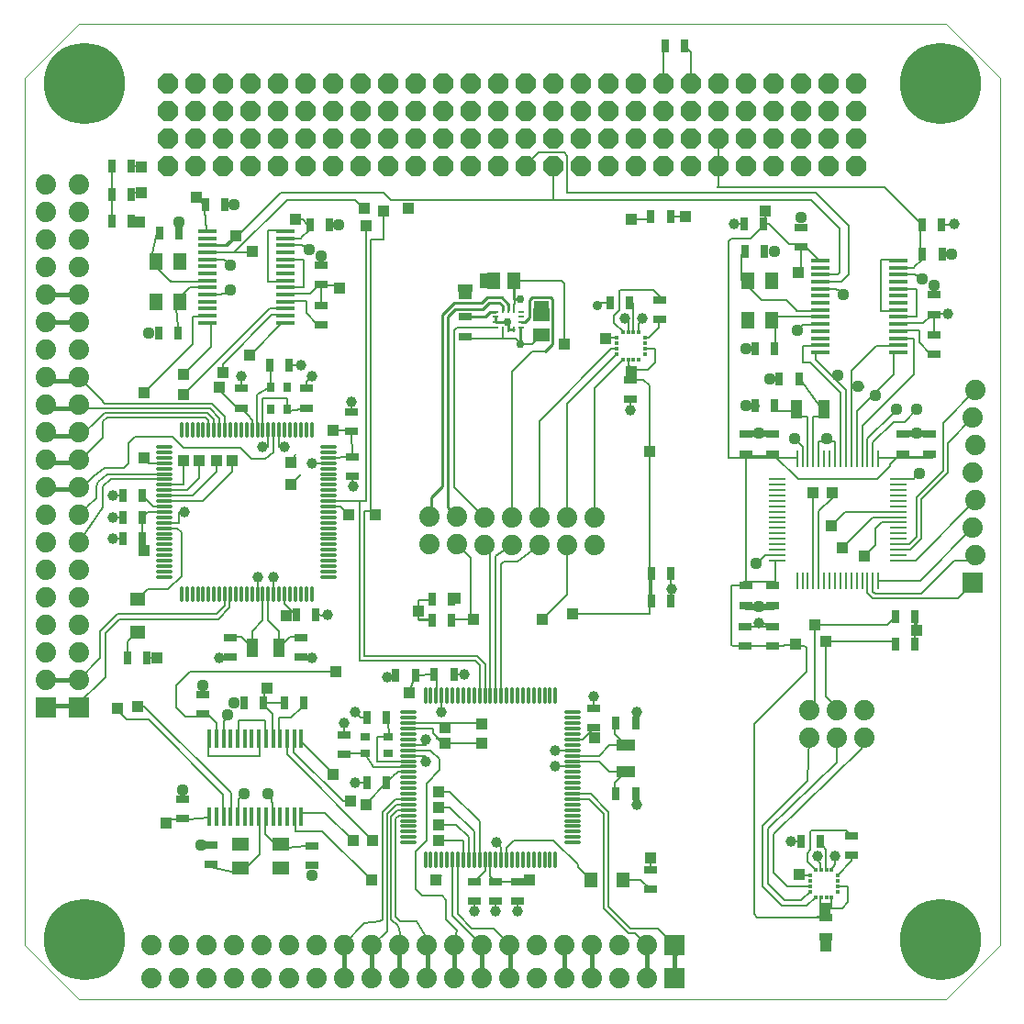
<source format=gtl>
G75*
%MOIN*%
%OFA0B0*%
%FSLAX25Y25*%
%IPPOS*%
%LPD*%
%AMOC8*
5,1,8,0,0,1.08239X$1,22.5*
%
%ADD10R,0.04724X0.03150*%
%ADD11R,0.03150X0.04724*%
%ADD12R,0.03937X0.07087*%
%ADD13R,0.03150X0.03543*%
%ADD14C,0.01181*%
%ADD15C,0.00000*%
%ADD16C,0.29528*%
%ADD17OC8,0.07400*%
%ADD18R,0.06102X0.00984*%
%ADD19R,0.00984X0.06102*%
%ADD20R,0.06890X0.01575*%
%ADD21C,0.00800*%
%ADD22C,0.04400*%
%ADD23C,0.02400*%
%ADD24R,0.04921X0.06299*%
%ADD25R,0.00984X0.03937*%
%ADD26R,0.03937X0.00984*%
%ADD27R,0.07400X0.07400*%
%ADD28C,0.07400*%
%ADD29R,0.07087X0.03937*%
%ADD30R,0.01575X0.06890*%
%ADD31R,0.06299X0.04921*%
%ADD32R,0.03543X0.03150*%
%ADD33R,0.05512X0.04724*%
%ADD34R,0.04724X0.05512*%
%ADD35R,0.01770X0.01180*%
%ADD36R,0.01180X0.01770*%
%ADD37R,0.05118X0.05906*%
%ADD38R,0.05906X0.05118*%
%ADD39R,0.00984X0.01870*%
%ADD40R,0.01870X0.00984*%
%ADD41R,0.05118X0.02756*%
%ADD42C,0.03962*%
%ADD43R,0.03962X0.03962*%
%ADD44C,0.01000*%
%ADD45C,0.02978*%
%ADD46R,0.02978X0.02978*%
%ADD47C,0.00600*%
%ADD48C,0.03600*%
%ADD49C,0.01600*%
D10*
X0072758Y0072760D03*
X0072758Y0079847D03*
X0083093Y0063115D03*
X0083093Y0056028D03*
X0119510Y0055693D03*
X0119510Y0062780D03*
X0131321Y0095969D03*
X0131321Y0103056D03*
X0115573Y0131402D03*
X0115573Y0138489D03*
X0089983Y0138489D03*
X0089983Y0131402D03*
X0080140Y0117741D03*
X0080140Y0110654D03*
X0134430Y0197081D03*
X0134430Y0204167D03*
X0134134Y0213497D03*
X0134134Y0220583D03*
X0117542Y0221953D03*
X0117542Y0229040D03*
X0122955Y0252052D03*
X0122955Y0259138D03*
X0122955Y0266658D03*
X0122955Y0273745D03*
X0093920Y0229040D03*
X0093920Y0221953D03*
X0221872Y0112898D03*
X0221872Y0105812D03*
X0242594Y0054215D03*
X0242594Y0047128D03*
X0194313Y0049906D03*
X0194313Y0042819D03*
X0186439Y0042819D03*
X0186439Y0049906D03*
X0178565Y0049906D03*
X0178565Y0042819D03*
X0276991Y0135339D03*
X0276991Y0142426D03*
X0277180Y0150287D03*
X0277180Y0157374D03*
X0287022Y0157374D03*
X0287022Y0150287D03*
X0286833Y0142426D03*
X0286833Y0135339D03*
X0287022Y0205248D03*
X0287022Y0212334D03*
X0277180Y0212334D03*
X0277180Y0205248D03*
X0235471Y0225174D03*
X0235471Y0232260D03*
X0245861Y0254036D03*
X0245861Y0261123D03*
X0297357Y0280543D03*
X0297357Y0287630D03*
X0345585Y0263023D03*
X0345585Y0255937D03*
X0345585Y0248417D03*
X0345585Y0241330D03*
X0344109Y0212334D03*
X0344109Y0205248D03*
X0334266Y0205248D03*
X0334266Y0212334D03*
X0315729Y0066560D03*
X0315729Y0059473D03*
X0306394Y0036906D03*
X0306394Y0029819D03*
D11*
X0304362Y0064632D03*
X0297276Y0064632D03*
X0237227Y0081796D03*
X0230140Y0081796D03*
X0230140Y0107386D03*
X0237227Y0107386D03*
X0242983Y0151780D03*
X0250069Y0151780D03*
X0250069Y0161906D03*
X0242983Y0161906D03*
X0280605Y0222649D03*
X0287691Y0222649D03*
X0289463Y0232492D03*
X0296550Y0232492D03*
X0287691Y0243319D03*
X0280605Y0243319D03*
X0284089Y0278752D03*
X0277002Y0278752D03*
X0276676Y0288832D03*
X0283762Y0288832D03*
X0249836Y0291623D03*
X0242750Y0291623D03*
X0235077Y0260213D03*
X0227991Y0260213D03*
X0247857Y0353449D03*
X0254943Y0353449D03*
X0341361Y0288489D03*
X0348447Y0288489D03*
X0348557Y0277767D03*
X0341471Y0277767D03*
X0338762Y0146032D03*
X0331676Y0146032D03*
X0331676Y0136032D03*
X0338762Y0136032D03*
X0171170Y0125065D03*
X0164083Y0125065D03*
X0157154Y0124725D03*
X0150068Y0124725D03*
X0146676Y0109355D03*
X0139589Y0109355D03*
X0139589Y0085733D03*
X0146676Y0085733D03*
X0116577Y0114768D03*
X0109491Y0114768D03*
X0101971Y0114768D03*
X0094884Y0114768D03*
X0113998Y0146756D03*
X0121085Y0146756D03*
X0163180Y0144725D03*
X0170266Y0144725D03*
X0170266Y0152599D03*
X0163180Y0152599D03*
X0111243Y0237308D03*
X0104156Y0237308D03*
X0070967Y0249119D03*
X0063880Y0249119D03*
X0064215Y0285536D03*
X0071302Y0285536D03*
X0080947Y0295871D03*
X0088034Y0295871D03*
X0118841Y0288489D03*
X0125928Y0288489D03*
X0053942Y0289802D03*
X0046855Y0289802D03*
X0046918Y0299484D03*
X0054005Y0299484D03*
X0054090Y0309802D03*
X0047003Y0309802D03*
X0051006Y0190064D03*
X0058093Y0190064D03*
X0058093Y0182189D03*
X0051006Y0182189D03*
X0051006Y0174315D03*
X0058093Y0174315D03*
X0059762Y0131232D03*
X0052676Y0131232D03*
D12*
X0097857Y0134945D03*
X0107699Y0134945D03*
X0295723Y0221311D03*
X0305565Y0221311D03*
D13*
X0110652Y0221363D03*
X0104746Y0221363D03*
X0104746Y0229630D03*
X0110652Y0229630D03*
D14*
X0109668Y0216245D02*
X0109668Y0211717D01*
X0109668Y0211717D01*
X0109668Y0216245D01*
X0109668Y0216245D01*
X0109668Y0212897D02*
X0109668Y0212897D01*
X0109668Y0214077D02*
X0109668Y0214077D01*
X0109668Y0215257D02*
X0109668Y0215257D01*
X0111636Y0216245D02*
X0111636Y0211717D01*
X0111636Y0211717D01*
X0111636Y0216245D01*
X0111636Y0216245D01*
X0111636Y0212897D02*
X0111636Y0212897D01*
X0111636Y0214077D02*
X0111636Y0214077D01*
X0111636Y0215257D02*
X0111636Y0215257D01*
X0113605Y0216245D02*
X0113605Y0211717D01*
X0113605Y0211717D01*
X0113605Y0216245D01*
X0113605Y0216245D01*
X0113605Y0212897D02*
X0113605Y0212897D01*
X0113605Y0214077D02*
X0113605Y0214077D01*
X0113605Y0215257D02*
X0113605Y0215257D01*
X0115573Y0216245D02*
X0115573Y0211717D01*
X0115573Y0211717D01*
X0115573Y0216245D01*
X0115573Y0216245D01*
X0115573Y0212897D02*
X0115573Y0212897D01*
X0115573Y0214077D02*
X0115573Y0214077D01*
X0115573Y0215257D02*
X0115573Y0215257D01*
X0117542Y0216245D02*
X0117542Y0211717D01*
X0117542Y0211717D01*
X0117542Y0216245D01*
X0117542Y0216245D01*
X0117542Y0212897D02*
X0117542Y0212897D01*
X0117542Y0214077D02*
X0117542Y0214077D01*
X0117542Y0215257D02*
X0117542Y0215257D01*
X0119510Y0216245D02*
X0119510Y0211717D01*
X0119510Y0211717D01*
X0119510Y0216245D01*
X0119510Y0216245D01*
X0119510Y0212897D02*
X0119510Y0212897D01*
X0119510Y0214077D02*
X0119510Y0214077D01*
X0119510Y0215257D02*
X0119510Y0215257D01*
X0123447Y0207780D02*
X0127975Y0207780D01*
X0127975Y0207780D01*
X0123447Y0207780D01*
X0123447Y0207780D01*
X0123447Y0205812D02*
X0127975Y0205812D01*
X0127975Y0205812D01*
X0123447Y0205812D01*
X0123447Y0205812D01*
X0123447Y0203843D02*
X0127975Y0203843D01*
X0127975Y0203843D01*
X0123447Y0203843D01*
X0123447Y0203843D01*
X0123447Y0201875D02*
X0127975Y0201875D01*
X0127975Y0201875D01*
X0123447Y0201875D01*
X0123447Y0201875D01*
X0123447Y0199906D02*
X0127975Y0199906D01*
X0127975Y0199906D01*
X0123447Y0199906D01*
X0123447Y0199906D01*
X0123447Y0197938D02*
X0127975Y0197938D01*
X0127975Y0197938D01*
X0123447Y0197938D01*
X0123447Y0197938D01*
X0123447Y0195969D02*
X0127975Y0195969D01*
X0127975Y0195969D01*
X0123447Y0195969D01*
X0123447Y0195969D01*
X0123447Y0194001D02*
X0127975Y0194001D01*
X0127975Y0194001D01*
X0123447Y0194001D01*
X0123447Y0194001D01*
X0123447Y0192032D02*
X0127975Y0192032D01*
X0127975Y0192032D01*
X0123447Y0192032D01*
X0123447Y0192032D01*
X0123447Y0190064D02*
X0127975Y0190064D01*
X0127975Y0190064D01*
X0123447Y0190064D01*
X0123447Y0190064D01*
X0123447Y0188095D02*
X0127975Y0188095D01*
X0127975Y0188095D01*
X0123447Y0188095D01*
X0123447Y0188095D01*
X0123447Y0186127D02*
X0127975Y0186127D01*
X0127975Y0186127D01*
X0123447Y0186127D01*
X0123447Y0186127D01*
X0123447Y0184158D02*
X0127975Y0184158D01*
X0127975Y0184158D01*
X0123447Y0184158D01*
X0123447Y0184158D01*
X0123447Y0182189D02*
X0127975Y0182189D01*
X0127975Y0182189D01*
X0123447Y0182189D01*
X0123447Y0182189D01*
X0123447Y0180221D02*
X0127975Y0180221D01*
X0127975Y0180221D01*
X0123447Y0180221D01*
X0123447Y0180221D01*
X0123447Y0178252D02*
X0127975Y0178252D01*
X0127975Y0178252D01*
X0123447Y0178252D01*
X0123447Y0178252D01*
X0123447Y0176284D02*
X0127975Y0176284D01*
X0127975Y0176284D01*
X0123447Y0176284D01*
X0123447Y0176284D01*
X0123447Y0174315D02*
X0127975Y0174315D01*
X0127975Y0174315D01*
X0123447Y0174315D01*
X0123447Y0174315D01*
X0123447Y0172347D02*
X0127975Y0172347D01*
X0127975Y0172347D01*
X0123447Y0172347D01*
X0123447Y0172347D01*
X0123447Y0170378D02*
X0127975Y0170378D01*
X0127975Y0170378D01*
X0123447Y0170378D01*
X0123447Y0170378D01*
X0123447Y0168410D02*
X0127975Y0168410D01*
X0127975Y0168410D01*
X0123447Y0168410D01*
X0123447Y0168410D01*
X0123447Y0166441D02*
X0127975Y0166441D01*
X0127975Y0166441D01*
X0123447Y0166441D01*
X0123447Y0166441D01*
X0123447Y0164473D02*
X0127975Y0164473D01*
X0127975Y0164473D01*
X0123447Y0164473D01*
X0123447Y0164473D01*
X0123447Y0162504D02*
X0127975Y0162504D01*
X0127975Y0162504D01*
X0123447Y0162504D01*
X0123447Y0162504D01*
X0123447Y0160536D02*
X0127975Y0160536D01*
X0127975Y0160536D01*
X0123447Y0160536D01*
X0123447Y0160536D01*
X0119510Y0156599D02*
X0119510Y0152071D01*
X0119510Y0152071D01*
X0119510Y0156599D01*
X0119510Y0156599D01*
X0119510Y0153251D02*
X0119510Y0153251D01*
X0119510Y0154431D02*
X0119510Y0154431D01*
X0119510Y0155611D02*
X0119510Y0155611D01*
X0117542Y0156599D02*
X0117542Y0152071D01*
X0117542Y0152071D01*
X0117542Y0156599D01*
X0117542Y0156599D01*
X0117542Y0153251D02*
X0117542Y0153251D01*
X0117542Y0154431D02*
X0117542Y0154431D01*
X0117542Y0155611D02*
X0117542Y0155611D01*
X0115573Y0156599D02*
X0115573Y0152071D01*
X0115573Y0152071D01*
X0115573Y0156599D01*
X0115573Y0156599D01*
X0115573Y0153251D02*
X0115573Y0153251D01*
X0115573Y0154431D02*
X0115573Y0154431D01*
X0115573Y0155611D02*
X0115573Y0155611D01*
X0113605Y0156599D02*
X0113605Y0152071D01*
X0113605Y0152071D01*
X0113605Y0156599D01*
X0113605Y0156599D01*
X0113605Y0153251D02*
X0113605Y0153251D01*
X0113605Y0154431D02*
X0113605Y0154431D01*
X0113605Y0155611D02*
X0113605Y0155611D01*
X0111636Y0156599D02*
X0111636Y0152071D01*
X0111636Y0152071D01*
X0111636Y0156599D01*
X0111636Y0156599D01*
X0111636Y0153251D02*
X0111636Y0153251D01*
X0111636Y0154431D02*
X0111636Y0154431D01*
X0111636Y0155611D02*
X0111636Y0155611D01*
X0109668Y0156599D02*
X0109668Y0152071D01*
X0109668Y0152071D01*
X0109668Y0156599D01*
X0109668Y0156599D01*
X0109668Y0153251D02*
X0109668Y0153251D01*
X0109668Y0154431D02*
X0109668Y0154431D01*
X0109668Y0155611D02*
X0109668Y0155611D01*
X0107699Y0156599D02*
X0107699Y0152071D01*
X0107699Y0152071D01*
X0107699Y0156599D01*
X0107699Y0156599D01*
X0107699Y0153251D02*
X0107699Y0153251D01*
X0107699Y0154431D02*
X0107699Y0154431D01*
X0107699Y0155611D02*
X0107699Y0155611D01*
X0105731Y0156599D02*
X0105731Y0152071D01*
X0105731Y0152071D01*
X0105731Y0156599D01*
X0105731Y0156599D01*
X0105731Y0153251D02*
X0105731Y0153251D01*
X0105731Y0154431D02*
X0105731Y0154431D01*
X0105731Y0155611D02*
X0105731Y0155611D01*
X0103762Y0156599D02*
X0103762Y0152071D01*
X0103762Y0152071D01*
X0103762Y0156599D01*
X0103762Y0156599D01*
X0103762Y0153251D02*
X0103762Y0153251D01*
X0103762Y0154431D02*
X0103762Y0154431D01*
X0103762Y0155611D02*
X0103762Y0155611D01*
X0101794Y0156599D02*
X0101794Y0152071D01*
X0101794Y0152071D01*
X0101794Y0156599D01*
X0101794Y0156599D01*
X0101794Y0153251D02*
X0101794Y0153251D01*
X0101794Y0154431D02*
X0101794Y0154431D01*
X0101794Y0155611D02*
X0101794Y0155611D01*
X0099825Y0156599D02*
X0099825Y0152071D01*
X0099825Y0152071D01*
X0099825Y0156599D01*
X0099825Y0156599D01*
X0099825Y0153251D02*
X0099825Y0153251D01*
X0099825Y0154431D02*
X0099825Y0154431D01*
X0099825Y0155611D02*
X0099825Y0155611D01*
X0097857Y0156599D02*
X0097857Y0152071D01*
X0097857Y0152071D01*
X0097857Y0156599D01*
X0097857Y0156599D01*
X0097857Y0153251D02*
X0097857Y0153251D01*
X0097857Y0154431D02*
X0097857Y0154431D01*
X0097857Y0155611D02*
X0097857Y0155611D01*
X0095888Y0156599D02*
X0095888Y0152071D01*
X0095888Y0152071D01*
X0095888Y0156599D01*
X0095888Y0156599D01*
X0095888Y0153251D02*
X0095888Y0153251D01*
X0095888Y0154431D02*
X0095888Y0154431D01*
X0095888Y0155611D02*
X0095888Y0155611D01*
X0093920Y0156599D02*
X0093920Y0152071D01*
X0093920Y0152071D01*
X0093920Y0156599D01*
X0093920Y0156599D01*
X0093920Y0153251D02*
X0093920Y0153251D01*
X0093920Y0154431D02*
X0093920Y0154431D01*
X0093920Y0155611D02*
X0093920Y0155611D01*
X0091951Y0156599D02*
X0091951Y0152071D01*
X0091951Y0152071D01*
X0091951Y0156599D01*
X0091951Y0156599D01*
X0091951Y0153251D02*
X0091951Y0153251D01*
X0091951Y0154431D02*
X0091951Y0154431D01*
X0091951Y0155611D02*
X0091951Y0155611D01*
X0089983Y0156599D02*
X0089983Y0152071D01*
X0089983Y0152071D01*
X0089983Y0156599D01*
X0089983Y0156599D01*
X0089983Y0153251D02*
X0089983Y0153251D01*
X0089983Y0154431D02*
X0089983Y0154431D01*
X0089983Y0155611D02*
X0089983Y0155611D01*
X0088014Y0156599D02*
X0088014Y0152071D01*
X0088014Y0152071D01*
X0088014Y0156599D01*
X0088014Y0156599D01*
X0088014Y0153251D02*
X0088014Y0153251D01*
X0088014Y0154431D02*
X0088014Y0154431D01*
X0088014Y0155611D02*
X0088014Y0155611D01*
X0086046Y0156599D02*
X0086046Y0152071D01*
X0086046Y0152071D01*
X0086046Y0156599D01*
X0086046Y0156599D01*
X0086046Y0153251D02*
X0086046Y0153251D01*
X0086046Y0154431D02*
X0086046Y0154431D01*
X0086046Y0155611D02*
X0086046Y0155611D01*
X0084077Y0156599D02*
X0084077Y0152071D01*
X0084077Y0152071D01*
X0084077Y0156599D01*
X0084077Y0156599D01*
X0084077Y0153251D02*
X0084077Y0153251D01*
X0084077Y0154431D02*
X0084077Y0154431D01*
X0084077Y0155611D02*
X0084077Y0155611D01*
X0082109Y0156599D02*
X0082109Y0152071D01*
X0082109Y0152071D01*
X0082109Y0156599D01*
X0082109Y0156599D01*
X0082109Y0153251D02*
X0082109Y0153251D01*
X0082109Y0154431D02*
X0082109Y0154431D01*
X0082109Y0155611D02*
X0082109Y0155611D01*
X0080140Y0156599D02*
X0080140Y0152071D01*
X0080140Y0152071D01*
X0080140Y0156599D01*
X0080140Y0156599D01*
X0080140Y0153251D02*
X0080140Y0153251D01*
X0080140Y0154431D02*
X0080140Y0154431D01*
X0080140Y0155611D02*
X0080140Y0155611D01*
X0078172Y0156599D02*
X0078172Y0152071D01*
X0078172Y0152071D01*
X0078172Y0156599D01*
X0078172Y0156599D01*
X0078172Y0153251D02*
X0078172Y0153251D01*
X0078172Y0154431D02*
X0078172Y0154431D01*
X0078172Y0155611D02*
X0078172Y0155611D01*
X0076203Y0156599D02*
X0076203Y0152071D01*
X0076203Y0152071D01*
X0076203Y0156599D01*
X0076203Y0156599D01*
X0076203Y0153251D02*
X0076203Y0153251D01*
X0076203Y0154431D02*
X0076203Y0154431D01*
X0076203Y0155611D02*
X0076203Y0155611D01*
X0074235Y0156599D02*
X0074235Y0152071D01*
X0074235Y0152071D01*
X0074235Y0156599D01*
X0074235Y0156599D01*
X0074235Y0153251D02*
X0074235Y0153251D01*
X0074235Y0154431D02*
X0074235Y0154431D01*
X0074235Y0155611D02*
X0074235Y0155611D01*
X0072266Y0156599D02*
X0072266Y0152071D01*
X0072266Y0152071D01*
X0072266Y0156599D01*
X0072266Y0156599D01*
X0072266Y0153251D02*
X0072266Y0153251D01*
X0072266Y0154431D02*
X0072266Y0154431D01*
X0072266Y0155611D02*
X0072266Y0155611D01*
X0068329Y0160536D02*
X0063801Y0160536D01*
X0068329Y0160536D02*
X0068329Y0160536D01*
X0063801Y0160536D01*
X0063801Y0160536D01*
X0063801Y0162504D02*
X0068329Y0162504D01*
X0068329Y0162504D01*
X0063801Y0162504D01*
X0063801Y0162504D01*
X0063801Y0164473D02*
X0068329Y0164473D01*
X0068329Y0164473D01*
X0063801Y0164473D01*
X0063801Y0164473D01*
X0063801Y0166441D02*
X0068329Y0166441D01*
X0068329Y0166441D01*
X0063801Y0166441D01*
X0063801Y0166441D01*
X0063801Y0168410D02*
X0068329Y0168410D01*
X0068329Y0168410D01*
X0063801Y0168410D01*
X0063801Y0168410D01*
X0063801Y0170378D02*
X0068329Y0170378D01*
X0068329Y0170378D01*
X0063801Y0170378D01*
X0063801Y0170378D01*
X0063801Y0172347D02*
X0068329Y0172347D01*
X0068329Y0172347D01*
X0063801Y0172347D01*
X0063801Y0172347D01*
X0063801Y0174315D02*
X0068329Y0174315D01*
X0068329Y0174315D01*
X0063801Y0174315D01*
X0063801Y0174315D01*
X0063801Y0176284D02*
X0068329Y0176284D01*
X0068329Y0176284D01*
X0063801Y0176284D01*
X0063801Y0176284D01*
X0063801Y0178252D02*
X0068329Y0178252D01*
X0068329Y0178252D01*
X0063801Y0178252D01*
X0063801Y0178252D01*
X0063801Y0180221D02*
X0068329Y0180221D01*
X0068329Y0180221D01*
X0063801Y0180221D01*
X0063801Y0180221D01*
X0063801Y0182189D02*
X0068329Y0182189D01*
X0068329Y0182189D01*
X0063801Y0182189D01*
X0063801Y0182189D01*
X0063801Y0184158D02*
X0068329Y0184158D01*
X0068329Y0184158D01*
X0063801Y0184158D01*
X0063801Y0184158D01*
X0063801Y0186127D02*
X0068329Y0186127D01*
X0068329Y0186127D01*
X0063801Y0186127D01*
X0063801Y0186127D01*
X0063801Y0188095D02*
X0068329Y0188095D01*
X0068329Y0188095D01*
X0063801Y0188095D01*
X0063801Y0188095D01*
X0063801Y0190064D02*
X0068329Y0190064D01*
X0068329Y0190064D01*
X0063801Y0190064D01*
X0063801Y0190064D01*
X0063801Y0192032D02*
X0068329Y0192032D01*
X0068329Y0192032D01*
X0063801Y0192032D01*
X0063801Y0192032D01*
X0063801Y0194001D02*
X0068329Y0194001D01*
X0068329Y0194001D01*
X0063801Y0194001D01*
X0063801Y0194001D01*
X0063801Y0195969D02*
X0068329Y0195969D01*
X0068329Y0195969D01*
X0063801Y0195969D01*
X0063801Y0195969D01*
X0063801Y0197938D02*
X0068329Y0197938D01*
X0068329Y0197938D01*
X0063801Y0197938D01*
X0063801Y0197938D01*
X0063801Y0199906D02*
X0068329Y0199906D01*
X0068329Y0199906D01*
X0063801Y0199906D01*
X0063801Y0199906D01*
X0063801Y0201875D02*
X0068329Y0201875D01*
X0068329Y0201875D01*
X0063801Y0201875D01*
X0063801Y0201875D01*
X0063801Y0203843D02*
X0068329Y0203843D01*
X0068329Y0203843D01*
X0063801Y0203843D01*
X0063801Y0203843D01*
X0063801Y0205812D02*
X0068329Y0205812D01*
X0068329Y0205812D01*
X0063801Y0205812D01*
X0063801Y0205812D01*
X0063801Y0207780D02*
X0068329Y0207780D01*
X0068329Y0207780D01*
X0063801Y0207780D01*
X0063801Y0207780D01*
X0072266Y0211717D02*
X0072266Y0216245D01*
X0072266Y0211717D02*
X0072266Y0211717D01*
X0072266Y0216245D01*
X0072266Y0216245D01*
X0072266Y0212897D02*
X0072266Y0212897D01*
X0072266Y0214077D02*
X0072266Y0214077D01*
X0072266Y0215257D02*
X0072266Y0215257D01*
X0074235Y0216245D02*
X0074235Y0211717D01*
X0074235Y0211717D01*
X0074235Y0216245D01*
X0074235Y0216245D01*
X0074235Y0212897D02*
X0074235Y0212897D01*
X0074235Y0214077D02*
X0074235Y0214077D01*
X0074235Y0215257D02*
X0074235Y0215257D01*
X0076203Y0216245D02*
X0076203Y0211717D01*
X0076203Y0211717D01*
X0076203Y0216245D01*
X0076203Y0216245D01*
X0076203Y0212897D02*
X0076203Y0212897D01*
X0076203Y0214077D02*
X0076203Y0214077D01*
X0076203Y0215257D02*
X0076203Y0215257D01*
X0078172Y0216245D02*
X0078172Y0211717D01*
X0078172Y0211717D01*
X0078172Y0216245D01*
X0078172Y0216245D01*
X0078172Y0212897D02*
X0078172Y0212897D01*
X0078172Y0214077D02*
X0078172Y0214077D01*
X0078172Y0215257D02*
X0078172Y0215257D01*
X0080140Y0216245D02*
X0080140Y0211717D01*
X0080140Y0211717D01*
X0080140Y0216245D01*
X0080140Y0216245D01*
X0080140Y0212897D02*
X0080140Y0212897D01*
X0080140Y0214077D02*
X0080140Y0214077D01*
X0080140Y0215257D02*
X0080140Y0215257D01*
X0082109Y0216245D02*
X0082109Y0211717D01*
X0082109Y0211717D01*
X0082109Y0216245D01*
X0082109Y0216245D01*
X0082109Y0212897D02*
X0082109Y0212897D01*
X0082109Y0214077D02*
X0082109Y0214077D01*
X0082109Y0215257D02*
X0082109Y0215257D01*
X0084077Y0216245D02*
X0084077Y0211717D01*
X0084077Y0211717D01*
X0084077Y0216245D01*
X0084077Y0216245D01*
X0084077Y0212897D02*
X0084077Y0212897D01*
X0084077Y0214077D02*
X0084077Y0214077D01*
X0084077Y0215257D02*
X0084077Y0215257D01*
X0086046Y0216245D02*
X0086046Y0211717D01*
X0086046Y0211717D01*
X0086046Y0216245D01*
X0086046Y0216245D01*
X0086046Y0212897D02*
X0086046Y0212897D01*
X0086046Y0214077D02*
X0086046Y0214077D01*
X0086046Y0215257D02*
X0086046Y0215257D01*
X0088014Y0216245D02*
X0088014Y0211717D01*
X0088014Y0211717D01*
X0088014Y0216245D01*
X0088014Y0216245D01*
X0088014Y0212897D02*
X0088014Y0212897D01*
X0088014Y0214077D02*
X0088014Y0214077D01*
X0088014Y0215257D02*
X0088014Y0215257D01*
X0089983Y0216245D02*
X0089983Y0211717D01*
X0089983Y0211717D01*
X0089983Y0216245D01*
X0089983Y0216245D01*
X0089983Y0212897D02*
X0089983Y0212897D01*
X0089983Y0214077D02*
X0089983Y0214077D01*
X0089983Y0215257D02*
X0089983Y0215257D01*
X0091951Y0216245D02*
X0091951Y0211717D01*
X0091951Y0211717D01*
X0091951Y0216245D01*
X0091951Y0216245D01*
X0091951Y0212897D02*
X0091951Y0212897D01*
X0091951Y0214077D02*
X0091951Y0214077D01*
X0091951Y0215257D02*
X0091951Y0215257D01*
X0093920Y0216245D02*
X0093920Y0211717D01*
X0093920Y0211717D01*
X0093920Y0216245D01*
X0093920Y0216245D01*
X0093920Y0212897D02*
X0093920Y0212897D01*
X0093920Y0214077D02*
X0093920Y0214077D01*
X0093920Y0215257D02*
X0093920Y0215257D01*
X0095888Y0216245D02*
X0095888Y0211717D01*
X0095888Y0211717D01*
X0095888Y0216245D01*
X0095888Y0216245D01*
X0095888Y0212897D02*
X0095888Y0212897D01*
X0095888Y0214077D02*
X0095888Y0214077D01*
X0095888Y0215257D02*
X0095888Y0215257D01*
X0097857Y0216245D02*
X0097857Y0211717D01*
X0097857Y0211717D01*
X0097857Y0216245D01*
X0097857Y0216245D01*
X0097857Y0212897D02*
X0097857Y0212897D01*
X0097857Y0214077D02*
X0097857Y0214077D01*
X0097857Y0215257D02*
X0097857Y0215257D01*
X0099825Y0216245D02*
X0099825Y0211717D01*
X0099825Y0211717D01*
X0099825Y0216245D01*
X0099825Y0216245D01*
X0099825Y0212897D02*
X0099825Y0212897D01*
X0099825Y0214077D02*
X0099825Y0214077D01*
X0099825Y0215257D02*
X0099825Y0215257D01*
X0101794Y0216245D02*
X0101794Y0211717D01*
X0101794Y0211717D01*
X0101794Y0216245D01*
X0101794Y0216245D01*
X0101794Y0212897D02*
X0101794Y0212897D01*
X0101794Y0214077D02*
X0101794Y0214077D01*
X0101794Y0215257D02*
X0101794Y0215257D01*
X0103762Y0216245D02*
X0103762Y0211717D01*
X0103762Y0211717D01*
X0103762Y0216245D01*
X0103762Y0216245D01*
X0103762Y0212897D02*
X0103762Y0212897D01*
X0103762Y0214077D02*
X0103762Y0214077D01*
X0103762Y0215257D02*
X0103762Y0215257D01*
X0105731Y0216245D02*
X0105731Y0211717D01*
X0105731Y0211717D01*
X0105731Y0216245D01*
X0105731Y0216245D01*
X0105731Y0212897D02*
X0105731Y0212897D01*
X0105731Y0214077D02*
X0105731Y0214077D01*
X0105731Y0215257D02*
X0105731Y0215257D01*
X0107699Y0216245D02*
X0107699Y0211717D01*
X0107699Y0211717D01*
X0107699Y0216245D01*
X0107699Y0216245D01*
X0107699Y0212897D02*
X0107699Y0212897D01*
X0107699Y0214077D02*
X0107699Y0214077D01*
X0107699Y0215257D02*
X0107699Y0215257D01*
X0160849Y0119788D02*
X0160849Y0115260D01*
X0160849Y0119788D02*
X0160849Y0119788D01*
X0160849Y0115260D01*
X0160849Y0115260D01*
X0160849Y0116440D02*
X0160849Y0116440D01*
X0160849Y0117620D02*
X0160849Y0117620D01*
X0160849Y0118800D02*
X0160849Y0118800D01*
X0162817Y0119788D02*
X0162817Y0115260D01*
X0162817Y0119788D02*
X0162817Y0119788D01*
X0162817Y0115260D01*
X0162817Y0115260D01*
X0162817Y0116440D02*
X0162817Y0116440D01*
X0162817Y0117620D02*
X0162817Y0117620D01*
X0162817Y0118800D02*
X0162817Y0118800D01*
X0164786Y0119788D02*
X0164786Y0115260D01*
X0164786Y0119788D02*
X0164786Y0119788D01*
X0164786Y0115260D01*
X0164786Y0115260D01*
X0164786Y0116440D02*
X0164786Y0116440D01*
X0164786Y0117620D02*
X0164786Y0117620D01*
X0164786Y0118800D02*
X0164786Y0118800D01*
X0166754Y0119788D02*
X0166754Y0115260D01*
X0166754Y0119788D02*
X0166754Y0119788D01*
X0166754Y0115260D01*
X0166754Y0115260D01*
X0166754Y0116440D02*
X0166754Y0116440D01*
X0166754Y0117620D02*
X0166754Y0117620D01*
X0166754Y0118800D02*
X0166754Y0118800D01*
X0168723Y0119788D02*
X0168723Y0115260D01*
X0168723Y0119788D02*
X0168723Y0119788D01*
X0168723Y0115260D01*
X0168723Y0115260D01*
X0168723Y0116440D02*
X0168723Y0116440D01*
X0168723Y0117620D02*
X0168723Y0117620D01*
X0168723Y0118800D02*
X0168723Y0118800D01*
X0170691Y0119788D02*
X0170691Y0115260D01*
X0170691Y0119788D02*
X0170691Y0119788D01*
X0170691Y0115260D01*
X0170691Y0115260D01*
X0170691Y0116440D02*
X0170691Y0116440D01*
X0170691Y0117620D02*
X0170691Y0117620D01*
X0170691Y0118800D02*
X0170691Y0118800D01*
X0172660Y0119788D02*
X0172660Y0115260D01*
X0172660Y0119788D02*
X0172660Y0119788D01*
X0172660Y0115260D01*
X0172660Y0115260D01*
X0172660Y0116440D02*
X0172660Y0116440D01*
X0172660Y0117620D02*
X0172660Y0117620D01*
X0172660Y0118800D02*
X0172660Y0118800D01*
X0174628Y0119788D02*
X0174628Y0115260D01*
X0174628Y0119788D02*
X0174628Y0119788D01*
X0174628Y0115260D01*
X0174628Y0115260D01*
X0174628Y0116440D02*
X0174628Y0116440D01*
X0174628Y0117620D02*
X0174628Y0117620D01*
X0174628Y0118800D02*
X0174628Y0118800D01*
X0176597Y0119788D02*
X0176597Y0115260D01*
X0176597Y0119788D02*
X0176597Y0119788D01*
X0176597Y0115260D01*
X0176597Y0115260D01*
X0176597Y0116440D02*
X0176597Y0116440D01*
X0176597Y0117620D02*
X0176597Y0117620D01*
X0176597Y0118800D02*
X0176597Y0118800D01*
X0178565Y0119788D02*
X0178565Y0115260D01*
X0178565Y0119788D02*
X0178565Y0119788D01*
X0178565Y0115260D01*
X0178565Y0115260D01*
X0178565Y0116440D02*
X0178565Y0116440D01*
X0178565Y0117620D02*
X0178565Y0117620D01*
X0178565Y0118800D02*
X0178565Y0118800D01*
X0180534Y0119788D02*
X0180534Y0115260D01*
X0180534Y0119788D02*
X0180534Y0119788D01*
X0180534Y0115260D01*
X0180534Y0115260D01*
X0180534Y0116440D02*
X0180534Y0116440D01*
X0180534Y0117620D02*
X0180534Y0117620D01*
X0180534Y0118800D02*
X0180534Y0118800D01*
X0182502Y0119788D02*
X0182502Y0115260D01*
X0182502Y0119788D02*
X0182502Y0119788D01*
X0182502Y0115260D01*
X0182502Y0115260D01*
X0182502Y0116440D02*
X0182502Y0116440D01*
X0182502Y0117620D02*
X0182502Y0117620D01*
X0182502Y0118800D02*
X0182502Y0118800D01*
X0184471Y0119788D02*
X0184471Y0115260D01*
X0184471Y0119788D02*
X0184471Y0119788D01*
X0184471Y0115260D01*
X0184471Y0115260D01*
X0184471Y0116440D02*
X0184471Y0116440D01*
X0184471Y0117620D02*
X0184471Y0117620D01*
X0184471Y0118800D02*
X0184471Y0118800D01*
X0186439Y0119788D02*
X0186439Y0115260D01*
X0186439Y0119788D02*
X0186439Y0119788D01*
X0186439Y0115260D01*
X0186439Y0115260D01*
X0186439Y0116440D02*
X0186439Y0116440D01*
X0186439Y0117620D02*
X0186439Y0117620D01*
X0186439Y0118800D02*
X0186439Y0118800D01*
X0188408Y0119788D02*
X0188408Y0115260D01*
X0188408Y0119788D02*
X0188408Y0119788D01*
X0188408Y0115260D01*
X0188408Y0115260D01*
X0188408Y0116440D02*
X0188408Y0116440D01*
X0188408Y0117620D02*
X0188408Y0117620D01*
X0188408Y0118800D02*
X0188408Y0118800D01*
X0190376Y0119788D02*
X0190376Y0115260D01*
X0190376Y0119788D02*
X0190376Y0119788D01*
X0190376Y0115260D01*
X0190376Y0115260D01*
X0190376Y0116440D02*
X0190376Y0116440D01*
X0190376Y0117620D02*
X0190376Y0117620D01*
X0190376Y0118800D02*
X0190376Y0118800D01*
X0192345Y0119788D02*
X0192345Y0115260D01*
X0192345Y0119788D02*
X0192345Y0119788D01*
X0192345Y0115260D01*
X0192345Y0115260D01*
X0192345Y0116440D02*
X0192345Y0116440D01*
X0192345Y0117620D02*
X0192345Y0117620D01*
X0192345Y0118800D02*
X0192345Y0118800D01*
X0194313Y0119788D02*
X0194313Y0115260D01*
X0194313Y0119788D02*
X0194313Y0119788D01*
X0194313Y0115260D01*
X0194313Y0115260D01*
X0194313Y0116440D02*
X0194313Y0116440D01*
X0194313Y0117620D02*
X0194313Y0117620D01*
X0194313Y0118800D02*
X0194313Y0118800D01*
X0196282Y0119788D02*
X0196282Y0115260D01*
X0196282Y0119788D02*
X0196282Y0119788D01*
X0196282Y0115260D01*
X0196282Y0115260D01*
X0196282Y0116440D02*
X0196282Y0116440D01*
X0196282Y0117620D02*
X0196282Y0117620D01*
X0196282Y0118800D02*
X0196282Y0118800D01*
X0198250Y0119788D02*
X0198250Y0115260D01*
X0198250Y0119788D02*
X0198250Y0119788D01*
X0198250Y0115260D01*
X0198250Y0115260D01*
X0198250Y0116440D02*
X0198250Y0116440D01*
X0198250Y0117620D02*
X0198250Y0117620D01*
X0198250Y0118800D02*
X0198250Y0118800D01*
X0200219Y0119788D02*
X0200219Y0115260D01*
X0200219Y0119788D02*
X0200219Y0119788D01*
X0200219Y0115260D01*
X0200219Y0115260D01*
X0200219Y0116440D02*
X0200219Y0116440D01*
X0200219Y0117620D02*
X0200219Y0117620D01*
X0200219Y0118800D02*
X0200219Y0118800D01*
X0202187Y0119788D02*
X0202187Y0115260D01*
X0202187Y0119788D02*
X0202187Y0119788D01*
X0202187Y0115260D01*
X0202187Y0115260D01*
X0202187Y0116440D02*
X0202187Y0116440D01*
X0202187Y0117620D02*
X0202187Y0117620D01*
X0202187Y0118800D02*
X0202187Y0118800D01*
X0204156Y0119788D02*
X0204156Y0115260D01*
X0204156Y0119788D02*
X0204156Y0119788D01*
X0204156Y0115260D01*
X0204156Y0115260D01*
X0204156Y0116440D02*
X0204156Y0116440D01*
X0204156Y0117620D02*
X0204156Y0117620D01*
X0204156Y0118800D02*
X0204156Y0118800D01*
X0206124Y0119788D02*
X0206124Y0115260D01*
X0206124Y0119788D02*
X0206124Y0119788D01*
X0206124Y0115260D01*
X0206124Y0115260D01*
X0206124Y0116440D02*
X0206124Y0116440D01*
X0206124Y0117620D02*
X0206124Y0117620D01*
X0206124Y0118800D02*
X0206124Y0118800D01*
X0208093Y0119788D02*
X0208093Y0115260D01*
X0208093Y0119788D02*
X0208093Y0119788D01*
X0208093Y0115260D01*
X0208093Y0115260D01*
X0208093Y0116440D02*
X0208093Y0116440D01*
X0208093Y0117620D02*
X0208093Y0117620D01*
X0208093Y0118800D02*
X0208093Y0118800D01*
X0212030Y0111323D02*
X0216558Y0111323D01*
X0216558Y0111323D01*
X0212030Y0111323D01*
X0212030Y0111323D01*
X0212030Y0109355D02*
X0216558Y0109355D01*
X0216558Y0109355D01*
X0212030Y0109355D01*
X0212030Y0109355D01*
X0212030Y0107386D02*
X0216558Y0107386D01*
X0216558Y0107386D01*
X0212030Y0107386D01*
X0212030Y0107386D01*
X0212030Y0105418D02*
X0216558Y0105418D01*
X0216558Y0105418D01*
X0212030Y0105418D01*
X0212030Y0105418D01*
X0212030Y0103449D02*
X0216558Y0103449D01*
X0216558Y0103449D01*
X0212030Y0103449D01*
X0212030Y0103449D01*
X0212030Y0101481D02*
X0216558Y0101481D01*
X0216558Y0101481D01*
X0212030Y0101481D01*
X0212030Y0101481D01*
X0212030Y0099512D02*
X0216558Y0099512D01*
X0216558Y0099512D01*
X0212030Y0099512D01*
X0212030Y0099512D01*
X0212030Y0097544D02*
X0216558Y0097544D01*
X0216558Y0097544D01*
X0212030Y0097544D01*
X0212030Y0097544D01*
X0212030Y0095575D02*
X0216558Y0095575D01*
X0216558Y0095575D01*
X0212030Y0095575D01*
X0212030Y0095575D01*
X0212030Y0093607D02*
X0216558Y0093607D01*
X0216558Y0093607D01*
X0212030Y0093607D01*
X0212030Y0093607D01*
X0212030Y0091638D02*
X0216558Y0091638D01*
X0216558Y0091638D01*
X0212030Y0091638D01*
X0212030Y0091638D01*
X0212030Y0089670D02*
X0216558Y0089670D01*
X0216558Y0089670D01*
X0212030Y0089670D01*
X0212030Y0089670D01*
X0212030Y0087701D02*
X0216558Y0087701D01*
X0216558Y0087701D01*
X0212030Y0087701D01*
X0212030Y0087701D01*
X0212030Y0085733D02*
X0216558Y0085733D01*
X0216558Y0085733D01*
X0212030Y0085733D01*
X0212030Y0085733D01*
X0212030Y0083764D02*
X0216558Y0083764D01*
X0216558Y0083764D01*
X0212030Y0083764D01*
X0212030Y0083764D01*
X0212030Y0081796D02*
X0216558Y0081796D01*
X0216558Y0081796D01*
X0212030Y0081796D01*
X0212030Y0081796D01*
X0212030Y0079827D02*
X0216558Y0079827D01*
X0216558Y0079827D01*
X0212030Y0079827D01*
X0212030Y0079827D01*
X0212030Y0077859D02*
X0216558Y0077859D01*
X0216558Y0077859D01*
X0212030Y0077859D01*
X0212030Y0077859D01*
X0212030Y0075890D02*
X0216558Y0075890D01*
X0216558Y0075890D01*
X0212030Y0075890D01*
X0212030Y0075890D01*
X0212030Y0073922D02*
X0216558Y0073922D01*
X0216558Y0073922D01*
X0212030Y0073922D01*
X0212030Y0073922D01*
X0212030Y0071953D02*
X0216558Y0071953D01*
X0216558Y0071953D01*
X0212030Y0071953D01*
X0212030Y0071953D01*
X0212030Y0069985D02*
X0216558Y0069985D01*
X0216558Y0069985D01*
X0212030Y0069985D01*
X0212030Y0069985D01*
X0212030Y0068016D02*
X0216558Y0068016D01*
X0216558Y0068016D01*
X0212030Y0068016D01*
X0212030Y0068016D01*
X0212030Y0066048D02*
X0216558Y0066048D01*
X0216558Y0066048D01*
X0212030Y0066048D01*
X0212030Y0066048D01*
X0212030Y0064079D02*
X0216558Y0064079D01*
X0216558Y0064079D01*
X0212030Y0064079D01*
X0212030Y0064079D01*
X0208093Y0060142D02*
X0208093Y0055614D01*
X0208093Y0060142D02*
X0208093Y0060142D01*
X0208093Y0055614D01*
X0208093Y0055614D01*
X0208093Y0056794D02*
X0208093Y0056794D01*
X0208093Y0057974D02*
X0208093Y0057974D01*
X0208093Y0059154D02*
X0208093Y0059154D01*
X0206124Y0060142D02*
X0206124Y0055614D01*
X0206124Y0060142D02*
X0206124Y0060142D01*
X0206124Y0055614D01*
X0206124Y0055614D01*
X0206124Y0056794D02*
X0206124Y0056794D01*
X0206124Y0057974D02*
X0206124Y0057974D01*
X0206124Y0059154D02*
X0206124Y0059154D01*
X0204156Y0060142D02*
X0204156Y0055614D01*
X0204156Y0060142D02*
X0204156Y0060142D01*
X0204156Y0055614D01*
X0204156Y0055614D01*
X0204156Y0056794D02*
X0204156Y0056794D01*
X0204156Y0057974D02*
X0204156Y0057974D01*
X0204156Y0059154D02*
X0204156Y0059154D01*
X0202187Y0060142D02*
X0202187Y0055614D01*
X0202187Y0060142D02*
X0202187Y0060142D01*
X0202187Y0055614D01*
X0202187Y0055614D01*
X0202187Y0056794D02*
X0202187Y0056794D01*
X0202187Y0057974D02*
X0202187Y0057974D01*
X0202187Y0059154D02*
X0202187Y0059154D01*
X0200219Y0060142D02*
X0200219Y0055614D01*
X0200219Y0060142D02*
X0200219Y0060142D01*
X0200219Y0055614D01*
X0200219Y0055614D01*
X0200219Y0056794D02*
X0200219Y0056794D01*
X0200219Y0057974D02*
X0200219Y0057974D01*
X0200219Y0059154D02*
X0200219Y0059154D01*
X0198250Y0060142D02*
X0198250Y0055614D01*
X0198250Y0060142D02*
X0198250Y0060142D01*
X0198250Y0055614D01*
X0198250Y0055614D01*
X0198250Y0056794D02*
X0198250Y0056794D01*
X0198250Y0057974D02*
X0198250Y0057974D01*
X0198250Y0059154D02*
X0198250Y0059154D01*
X0196282Y0060142D02*
X0196282Y0055614D01*
X0196282Y0060142D02*
X0196282Y0060142D01*
X0196282Y0055614D01*
X0196282Y0055614D01*
X0196282Y0056794D02*
X0196282Y0056794D01*
X0196282Y0057974D02*
X0196282Y0057974D01*
X0196282Y0059154D02*
X0196282Y0059154D01*
X0194313Y0060142D02*
X0194313Y0055614D01*
X0194313Y0060142D02*
X0194313Y0060142D01*
X0194313Y0055614D01*
X0194313Y0055614D01*
X0194313Y0056794D02*
X0194313Y0056794D01*
X0194313Y0057974D02*
X0194313Y0057974D01*
X0194313Y0059154D02*
X0194313Y0059154D01*
X0192345Y0060142D02*
X0192345Y0055614D01*
X0192345Y0060142D02*
X0192345Y0060142D01*
X0192345Y0055614D01*
X0192345Y0055614D01*
X0192345Y0056794D02*
X0192345Y0056794D01*
X0192345Y0057974D02*
X0192345Y0057974D01*
X0192345Y0059154D02*
X0192345Y0059154D01*
X0190376Y0060142D02*
X0190376Y0055614D01*
X0190376Y0060142D02*
X0190376Y0060142D01*
X0190376Y0055614D01*
X0190376Y0055614D01*
X0190376Y0056794D02*
X0190376Y0056794D01*
X0190376Y0057974D02*
X0190376Y0057974D01*
X0190376Y0059154D02*
X0190376Y0059154D01*
X0188408Y0060142D02*
X0188408Y0055614D01*
X0188408Y0060142D02*
X0188408Y0060142D01*
X0188408Y0055614D01*
X0188408Y0055614D01*
X0188408Y0056794D02*
X0188408Y0056794D01*
X0188408Y0057974D02*
X0188408Y0057974D01*
X0188408Y0059154D02*
X0188408Y0059154D01*
X0186439Y0060142D02*
X0186439Y0055614D01*
X0186439Y0060142D02*
X0186439Y0060142D01*
X0186439Y0055614D01*
X0186439Y0055614D01*
X0186439Y0056794D02*
X0186439Y0056794D01*
X0186439Y0057974D02*
X0186439Y0057974D01*
X0186439Y0059154D02*
X0186439Y0059154D01*
X0184471Y0060142D02*
X0184471Y0055614D01*
X0184471Y0060142D02*
X0184471Y0060142D01*
X0184471Y0055614D01*
X0184471Y0055614D01*
X0184471Y0056794D02*
X0184471Y0056794D01*
X0184471Y0057974D02*
X0184471Y0057974D01*
X0184471Y0059154D02*
X0184471Y0059154D01*
X0182502Y0060142D02*
X0182502Y0055614D01*
X0182502Y0060142D02*
X0182502Y0060142D01*
X0182502Y0055614D01*
X0182502Y0055614D01*
X0182502Y0056794D02*
X0182502Y0056794D01*
X0182502Y0057974D02*
X0182502Y0057974D01*
X0182502Y0059154D02*
X0182502Y0059154D01*
X0180534Y0060142D02*
X0180534Y0055614D01*
X0180534Y0060142D02*
X0180534Y0060142D01*
X0180534Y0055614D01*
X0180534Y0055614D01*
X0180534Y0056794D02*
X0180534Y0056794D01*
X0180534Y0057974D02*
X0180534Y0057974D01*
X0180534Y0059154D02*
X0180534Y0059154D01*
X0178565Y0060142D02*
X0178565Y0055614D01*
X0178565Y0060142D02*
X0178565Y0060142D01*
X0178565Y0055614D01*
X0178565Y0055614D01*
X0178565Y0056794D02*
X0178565Y0056794D01*
X0178565Y0057974D02*
X0178565Y0057974D01*
X0178565Y0059154D02*
X0178565Y0059154D01*
X0176597Y0060142D02*
X0176597Y0055614D01*
X0176597Y0060142D02*
X0176597Y0060142D01*
X0176597Y0055614D01*
X0176597Y0055614D01*
X0176597Y0056794D02*
X0176597Y0056794D01*
X0176597Y0057974D02*
X0176597Y0057974D01*
X0176597Y0059154D02*
X0176597Y0059154D01*
X0174628Y0060142D02*
X0174628Y0055614D01*
X0174628Y0060142D02*
X0174628Y0060142D01*
X0174628Y0055614D01*
X0174628Y0055614D01*
X0174628Y0056794D02*
X0174628Y0056794D01*
X0174628Y0057974D02*
X0174628Y0057974D01*
X0174628Y0059154D02*
X0174628Y0059154D01*
X0172660Y0060142D02*
X0172660Y0055614D01*
X0172660Y0060142D02*
X0172660Y0060142D01*
X0172660Y0055614D01*
X0172660Y0055614D01*
X0172660Y0056794D02*
X0172660Y0056794D01*
X0172660Y0057974D02*
X0172660Y0057974D01*
X0172660Y0059154D02*
X0172660Y0059154D01*
X0170691Y0060142D02*
X0170691Y0055614D01*
X0170691Y0060142D02*
X0170691Y0060142D01*
X0170691Y0055614D01*
X0170691Y0055614D01*
X0170691Y0056794D02*
X0170691Y0056794D01*
X0170691Y0057974D02*
X0170691Y0057974D01*
X0170691Y0059154D02*
X0170691Y0059154D01*
X0168723Y0060142D02*
X0168723Y0055614D01*
X0168723Y0060142D02*
X0168723Y0060142D01*
X0168723Y0055614D01*
X0168723Y0055614D01*
X0168723Y0056794D02*
X0168723Y0056794D01*
X0168723Y0057974D02*
X0168723Y0057974D01*
X0168723Y0059154D02*
X0168723Y0059154D01*
X0166754Y0060142D02*
X0166754Y0055614D01*
X0166754Y0060142D02*
X0166754Y0060142D01*
X0166754Y0055614D01*
X0166754Y0055614D01*
X0166754Y0056794D02*
X0166754Y0056794D01*
X0166754Y0057974D02*
X0166754Y0057974D01*
X0166754Y0059154D02*
X0166754Y0059154D01*
X0164786Y0060142D02*
X0164786Y0055614D01*
X0164786Y0060142D02*
X0164786Y0060142D01*
X0164786Y0055614D01*
X0164786Y0055614D01*
X0164786Y0056794D02*
X0164786Y0056794D01*
X0164786Y0057974D02*
X0164786Y0057974D01*
X0164786Y0059154D02*
X0164786Y0059154D01*
X0162817Y0060142D02*
X0162817Y0055614D01*
X0162817Y0060142D02*
X0162817Y0060142D01*
X0162817Y0055614D01*
X0162817Y0055614D01*
X0162817Y0056794D02*
X0162817Y0056794D01*
X0162817Y0057974D02*
X0162817Y0057974D01*
X0162817Y0059154D02*
X0162817Y0059154D01*
X0160849Y0060142D02*
X0160849Y0055614D01*
X0160849Y0060142D02*
X0160849Y0060142D01*
X0160849Y0055614D01*
X0160849Y0055614D01*
X0160849Y0056794D02*
X0160849Y0056794D01*
X0160849Y0057974D02*
X0160849Y0057974D01*
X0160849Y0059154D02*
X0160849Y0059154D01*
X0156912Y0064079D02*
X0152384Y0064079D01*
X0156912Y0064079D02*
X0156912Y0064079D01*
X0152384Y0064079D01*
X0152384Y0064079D01*
X0152384Y0066048D02*
X0156912Y0066048D01*
X0156912Y0066048D01*
X0152384Y0066048D01*
X0152384Y0066048D01*
X0152384Y0068016D02*
X0156912Y0068016D01*
X0156912Y0068016D01*
X0152384Y0068016D01*
X0152384Y0068016D01*
X0152384Y0069985D02*
X0156912Y0069985D01*
X0156912Y0069985D01*
X0152384Y0069985D01*
X0152384Y0069985D01*
X0152384Y0071953D02*
X0156912Y0071953D01*
X0156912Y0071953D01*
X0152384Y0071953D01*
X0152384Y0071953D01*
X0152384Y0073922D02*
X0156912Y0073922D01*
X0156912Y0073922D01*
X0152384Y0073922D01*
X0152384Y0073922D01*
X0152384Y0075890D02*
X0156912Y0075890D01*
X0156912Y0075890D01*
X0152384Y0075890D01*
X0152384Y0075890D01*
X0152384Y0077859D02*
X0156912Y0077859D01*
X0156912Y0077859D01*
X0152384Y0077859D01*
X0152384Y0077859D01*
X0152384Y0079827D02*
X0156912Y0079827D01*
X0156912Y0079827D01*
X0152384Y0079827D01*
X0152384Y0079827D01*
X0152384Y0081796D02*
X0156912Y0081796D01*
X0156912Y0081796D01*
X0152384Y0081796D01*
X0152384Y0081796D01*
X0152384Y0083764D02*
X0156912Y0083764D01*
X0156912Y0083764D01*
X0152384Y0083764D01*
X0152384Y0083764D01*
X0152384Y0085733D02*
X0156912Y0085733D01*
X0156912Y0085733D01*
X0152384Y0085733D01*
X0152384Y0085733D01*
X0152384Y0087701D02*
X0156912Y0087701D01*
X0156912Y0087701D01*
X0152384Y0087701D01*
X0152384Y0087701D01*
X0152384Y0089670D02*
X0156912Y0089670D01*
X0156912Y0089670D01*
X0152384Y0089670D01*
X0152384Y0089670D01*
X0152384Y0091638D02*
X0156912Y0091638D01*
X0156912Y0091638D01*
X0152384Y0091638D01*
X0152384Y0091638D01*
X0152384Y0093607D02*
X0156912Y0093607D01*
X0156912Y0093607D01*
X0152384Y0093607D01*
X0152384Y0093607D01*
X0152384Y0095575D02*
X0156912Y0095575D01*
X0156912Y0095575D01*
X0152384Y0095575D01*
X0152384Y0095575D01*
X0152384Y0097544D02*
X0156912Y0097544D01*
X0156912Y0097544D01*
X0152384Y0097544D01*
X0152384Y0097544D01*
X0152384Y0099512D02*
X0156912Y0099512D01*
X0156912Y0099512D01*
X0152384Y0099512D01*
X0152384Y0099512D01*
X0152384Y0101481D02*
X0156912Y0101481D01*
X0156912Y0101481D01*
X0152384Y0101481D01*
X0152384Y0101481D01*
X0152384Y0103449D02*
X0156912Y0103449D01*
X0156912Y0103449D01*
X0152384Y0103449D01*
X0152384Y0103449D01*
X0152384Y0105418D02*
X0156912Y0105418D01*
X0156912Y0105418D01*
X0152384Y0105418D01*
X0152384Y0105418D01*
X0152384Y0107386D02*
X0156912Y0107386D01*
X0156912Y0107386D01*
X0152384Y0107386D01*
X0152384Y0107386D01*
X0152384Y0109355D02*
X0156912Y0109355D01*
X0156912Y0109355D01*
X0152384Y0109355D01*
X0152384Y0109355D01*
X0152384Y0111323D02*
X0156912Y0111323D01*
X0156912Y0111323D01*
X0152384Y0111323D01*
X0152384Y0111323D01*
D15*
X0015180Y0026678D02*
X0015180Y0341638D01*
X0034865Y0361323D01*
X0349825Y0361323D01*
X0369510Y0341638D01*
X0369510Y0026678D01*
X0349825Y0006993D01*
X0034865Y0006993D01*
X0015180Y0026678D01*
D16*
X0036833Y0028646D03*
X0036833Y0339670D03*
X0347857Y0339670D03*
X0347857Y0028646D03*
D17*
X0317345Y0309670D03*
X0307345Y0309670D03*
X0307345Y0319670D03*
X0317345Y0319670D03*
X0317345Y0329670D03*
X0317345Y0339670D03*
X0307345Y0339670D03*
X0307345Y0329670D03*
X0297345Y0329670D03*
X0297345Y0339670D03*
X0287345Y0339670D03*
X0287345Y0329670D03*
X0277345Y0329670D03*
X0277345Y0339670D03*
X0267345Y0339670D03*
X0257345Y0339670D03*
X0257345Y0329670D03*
X0267345Y0329670D03*
X0267345Y0319670D03*
X0257345Y0319670D03*
X0247345Y0319670D03*
X0247345Y0329670D03*
X0247345Y0339670D03*
X0237345Y0339670D03*
X0227345Y0339670D03*
X0227345Y0329670D03*
X0237345Y0329670D03*
X0237345Y0319670D03*
X0227345Y0319670D03*
X0217345Y0319670D03*
X0217345Y0329670D03*
X0217345Y0339670D03*
X0207345Y0339670D03*
X0197345Y0339670D03*
X0197345Y0329670D03*
X0207345Y0329670D03*
X0207345Y0319670D03*
X0197345Y0319670D03*
X0187345Y0319670D03*
X0187345Y0329670D03*
X0187345Y0339670D03*
X0177345Y0339670D03*
X0167345Y0339670D03*
X0167345Y0329670D03*
X0177345Y0329670D03*
X0177345Y0319670D03*
X0167345Y0319670D03*
X0157345Y0319670D03*
X0157345Y0329670D03*
X0157345Y0339670D03*
X0147345Y0339670D03*
X0137345Y0339670D03*
X0137345Y0329670D03*
X0147345Y0329670D03*
X0147345Y0319670D03*
X0137345Y0319670D03*
X0127345Y0319670D03*
X0117345Y0319670D03*
X0117345Y0329670D03*
X0117345Y0339670D03*
X0127345Y0339670D03*
X0127345Y0329670D03*
X0107345Y0329670D03*
X0107345Y0339670D03*
X0097345Y0339670D03*
X0087345Y0339670D03*
X0087345Y0329670D03*
X0097345Y0329670D03*
X0097345Y0319670D03*
X0087345Y0319670D03*
X0077345Y0319670D03*
X0077345Y0329670D03*
X0077345Y0339670D03*
X0067345Y0339670D03*
X0067345Y0329670D03*
X0067345Y0319670D03*
X0067345Y0309670D03*
X0077345Y0309670D03*
X0087345Y0309670D03*
X0097345Y0309670D03*
X0107345Y0309670D03*
X0107345Y0319670D03*
X0117345Y0309670D03*
X0127345Y0309670D03*
X0137345Y0309670D03*
X0147345Y0309670D03*
X0157345Y0309670D03*
X0167345Y0309670D03*
X0177345Y0309670D03*
X0187345Y0309670D03*
X0197345Y0309670D03*
X0207345Y0309670D03*
X0217345Y0309670D03*
X0227345Y0309670D03*
X0237345Y0309670D03*
X0247345Y0309670D03*
X0257345Y0309670D03*
X0267345Y0309670D03*
X0277345Y0309670D03*
X0277345Y0319670D03*
X0287345Y0319670D03*
X0297345Y0319670D03*
X0297345Y0309670D03*
X0287345Y0309670D03*
D18*
X0288597Y0196075D03*
X0288597Y0194106D03*
X0288597Y0192138D03*
X0288597Y0190169D03*
X0288597Y0188201D03*
X0288597Y0186232D03*
X0288597Y0184264D03*
X0288597Y0182295D03*
X0288597Y0180327D03*
X0288597Y0178358D03*
X0288597Y0176389D03*
X0288597Y0174421D03*
X0288597Y0172452D03*
X0288597Y0170484D03*
X0288597Y0168515D03*
X0288597Y0166547D03*
X0332691Y0166547D03*
X0332691Y0168515D03*
X0332691Y0170484D03*
X0332691Y0172452D03*
X0332691Y0174421D03*
X0332691Y0176389D03*
X0332691Y0178358D03*
X0332691Y0180327D03*
X0332691Y0182295D03*
X0332691Y0184264D03*
X0332691Y0186232D03*
X0332691Y0188201D03*
X0332691Y0190169D03*
X0332691Y0192138D03*
X0332691Y0194106D03*
X0332691Y0196075D03*
D19*
X0325408Y0203358D03*
X0323439Y0203358D03*
X0321471Y0203358D03*
X0319502Y0203358D03*
X0317534Y0203358D03*
X0315565Y0203358D03*
X0313597Y0203358D03*
X0311628Y0203358D03*
X0309660Y0203358D03*
X0307691Y0203358D03*
X0305723Y0203358D03*
X0303754Y0203358D03*
X0301786Y0203358D03*
X0299817Y0203358D03*
X0297849Y0203358D03*
X0295880Y0203358D03*
X0295880Y0159264D03*
X0297849Y0159264D03*
X0299817Y0159264D03*
X0301786Y0159264D03*
X0303754Y0159264D03*
X0305723Y0159264D03*
X0307691Y0159264D03*
X0309660Y0159264D03*
X0311628Y0159264D03*
X0313597Y0159264D03*
X0315565Y0159264D03*
X0317534Y0159264D03*
X0319502Y0159264D03*
X0321471Y0159264D03*
X0323439Y0159264D03*
X0325408Y0159264D03*
D20*
X0332691Y0242177D03*
X0332691Y0244736D03*
X0332691Y0247295D03*
X0332691Y0249854D03*
X0332691Y0252413D03*
X0332691Y0254972D03*
X0332691Y0257531D03*
X0332691Y0260090D03*
X0332691Y0262649D03*
X0332691Y0265208D03*
X0332691Y0267767D03*
X0332691Y0270327D03*
X0332691Y0272886D03*
X0332691Y0275445D03*
X0304345Y0275445D03*
X0304345Y0272886D03*
X0304345Y0270327D03*
X0304345Y0267767D03*
X0304345Y0265208D03*
X0304345Y0262649D03*
X0304345Y0260090D03*
X0304345Y0257531D03*
X0304345Y0254972D03*
X0304345Y0252413D03*
X0304345Y0249854D03*
X0304345Y0247295D03*
X0304345Y0244736D03*
X0304345Y0242177D03*
X0110061Y0252898D03*
X0110061Y0255457D03*
X0110061Y0258016D03*
X0110061Y0260575D03*
X0110061Y0263134D03*
X0110061Y0265693D03*
X0110061Y0268252D03*
X0110061Y0270812D03*
X0110061Y0273371D03*
X0110061Y0275930D03*
X0110061Y0278489D03*
X0110061Y0281048D03*
X0110061Y0283607D03*
X0110061Y0286166D03*
X0081715Y0286166D03*
X0081715Y0283607D03*
X0081715Y0281048D03*
X0081715Y0278489D03*
X0081715Y0275930D03*
X0081715Y0273371D03*
X0081715Y0270812D03*
X0081715Y0268252D03*
X0081715Y0265693D03*
X0081715Y0263134D03*
X0081715Y0260575D03*
X0081715Y0258016D03*
X0081715Y0255457D03*
X0081715Y0252898D03*
D21*
X0083082Y0252651D02*
X0083093Y0252662D01*
X0083082Y0252651D02*
X0083082Y0244251D01*
X0073082Y0234098D01*
X0073082Y0226898D02*
X0104282Y0258098D01*
X0109198Y0258098D01*
X0108600Y0255698D02*
X0105082Y0255698D01*
X0087482Y0237698D01*
X0087482Y0234898D01*
X0093920Y0233371D02*
X0093920Y0229040D01*
X0093920Y0221953D02*
X0092698Y0221953D01*
X0085819Y0228832D01*
X0083312Y0223393D02*
X0044461Y0223393D01*
X0043661Y0224208D01*
X0043661Y0224319D01*
X0036282Y0231698D01*
X0032206Y0231698D01*
X0034865Y0233292D01*
X0034865Y0223292D02*
X0032112Y0221793D01*
X0082512Y0221793D01*
X0086046Y0218259D01*
X0086046Y0213981D01*
X0088014Y0213981D02*
X0088014Y0218690D01*
X0083312Y0223393D01*
X0081712Y0220193D02*
X0044417Y0220193D01*
X0042017Y0217793D01*
X0035617Y0211941D01*
X0031963Y0211941D01*
X0034865Y0213292D01*
X0043617Y0211034D02*
X0034682Y0202098D01*
X0031806Y0202098D01*
X0034865Y0203292D01*
X0040417Y0197177D02*
X0035482Y0192498D01*
X0031406Y0192498D01*
X0034865Y0193292D01*
X0041217Y0193341D02*
X0041202Y0189004D01*
X0038092Y0186204D01*
X0034865Y0183292D01*
X0043617Y0185667D02*
X0034865Y0173292D01*
X0047476Y0174315D02*
X0051006Y0174315D01*
X0058093Y0174315D02*
X0058093Y0182189D01*
X0060061Y0184158D01*
X0066065Y0184158D01*
X0066065Y0186127D02*
X0062030Y0186127D01*
X0058093Y0190064D01*
X0051006Y0190064D02*
X0047476Y0190064D01*
X0043617Y0193393D02*
X0043617Y0185667D01*
X0047476Y0182189D02*
X0051006Y0182189D01*
X0058093Y0174315D02*
X0058487Y0173922D01*
X0058487Y0169985D01*
X0066065Y0178252D02*
X0070798Y0178252D01*
X0072219Y0176832D01*
X0072219Y0160832D01*
X0067419Y0156032D01*
X0059913Y0156032D01*
X0056219Y0152338D01*
X0049019Y0147232D02*
X0042619Y0140832D01*
X0042619Y0130983D01*
X0034865Y0123292D01*
X0034128Y0113941D02*
X0044619Y0124032D01*
X0044619Y0140032D01*
X0049819Y0145232D01*
X0085819Y0145232D01*
X0089819Y0149632D01*
X0089819Y0154171D01*
X0089983Y0154335D01*
X0088014Y0154335D02*
X0088014Y0150227D01*
X0085019Y0147232D01*
X0049019Y0147232D01*
X0056219Y0140527D02*
X0052676Y0136983D01*
X0052676Y0131232D01*
X0059762Y0131232D02*
X0063419Y0131232D01*
X0070298Y0121166D02*
X0075219Y0126087D01*
X0128369Y0126087D01*
X0119510Y0131008D02*
X0115573Y0131402D01*
X0115573Y0138489D02*
X0115180Y0138882D01*
X0111636Y0138882D01*
X0107699Y0134945D01*
X0107699Y0140851D01*
X0103762Y0144788D01*
X0103762Y0154335D01*
X0101794Y0154335D02*
X0101794Y0154335D01*
X0101794Y0144788D01*
X0097857Y0140851D01*
X0097857Y0134945D01*
X0093920Y0138882D01*
X0090376Y0138882D01*
X0089983Y0138489D01*
X0089983Y0131402D02*
X0086046Y0131008D01*
X0070298Y0121166D02*
X0070298Y0113292D01*
X0073644Y0109945D01*
X0080140Y0109945D01*
X0082109Y0110339D02*
X0084827Y0107621D01*
X0085061Y0107055D02*
X0085061Y0103449D01*
X0087522Y0101973D02*
X0087522Y0107547D01*
X0088248Y0109097D02*
X0089491Y0110339D01*
X0088249Y0109097D02*
X0088182Y0109033D01*
X0088117Y0108966D01*
X0088056Y0108897D01*
X0087997Y0108826D01*
X0087942Y0108752D01*
X0087889Y0108676D01*
X0087840Y0108598D01*
X0087794Y0108518D01*
X0087751Y0108436D01*
X0087712Y0108352D01*
X0087676Y0108267D01*
X0087644Y0108180D01*
X0087616Y0108092D01*
X0087591Y0108003D01*
X0087570Y0107913D01*
X0087552Y0107822D01*
X0087538Y0107731D01*
X0087528Y0107639D01*
X0087522Y0107547D01*
X0085061Y0107055D02*
X0085059Y0107107D01*
X0085054Y0107159D01*
X0085046Y0107211D01*
X0085034Y0107262D01*
X0085019Y0107312D01*
X0085000Y0107361D01*
X0084978Y0107409D01*
X0084954Y0107455D01*
X0084926Y0107499D01*
X0084896Y0107542D01*
X0084862Y0107582D01*
X0084827Y0107621D01*
X0082109Y0103449D02*
X0082109Y0095575D01*
X0100809Y0095575D01*
X0100809Y0101481D01*
X0102778Y0103449D02*
X0102778Y0108371D01*
X0092935Y0108371D01*
X0092935Y0103449D01*
X0105239Y0103941D02*
X0105239Y0110831D01*
X0102286Y0113784D01*
X0102286Y0114768D02*
X0102286Y0118899D01*
X0103419Y0120032D01*
X0102778Y0115752D02*
X0102286Y0115752D01*
X0102286Y0114768D02*
X0110160Y0114768D01*
X0112128Y0109355D02*
X0116065Y0113292D01*
X0112128Y0109355D02*
X0107699Y0109355D01*
X0107699Y0104434D01*
X0110531Y0101012D02*
X0110531Y0096095D01*
X0141731Y0064895D01*
X0134531Y0064895D02*
X0124378Y0074895D01*
X0115978Y0074895D01*
X0115967Y0074906D01*
X0113605Y0074315D02*
X0113014Y0074906D01*
X0113605Y0074315D02*
X0113605Y0068016D01*
X0123447Y0068016D01*
X0141164Y0050300D01*
X0145236Y0036274D02*
X0144420Y0035474D01*
X0138709Y0034674D01*
X0131331Y0027295D01*
X0131331Y0024019D01*
X0141236Y0026325D02*
X0146836Y0031925D01*
X0146836Y0074325D01*
X0150370Y0077859D01*
X0154648Y0077859D01*
X0154648Y0079827D02*
X0149939Y0079827D01*
X0145236Y0075125D01*
X0145236Y0036274D01*
X0148436Y0036230D02*
X0150836Y0033830D01*
X0151887Y0029830D01*
X0151887Y0026176D01*
X0161731Y0026019D02*
X0161731Y0028895D01*
X0157595Y0035430D01*
X0151636Y0035430D01*
X0150036Y0037030D01*
X0150036Y0072725D01*
X0151233Y0073922D01*
X0154648Y0073922D01*
X0154648Y0075890D02*
X0150802Y0075890D01*
X0148436Y0073525D01*
X0148436Y0036230D01*
X0157236Y0047251D02*
X0159636Y0044851D01*
X0166836Y0044851D01*
X0168436Y0043251D01*
X0168436Y0036230D01*
X0172436Y0032230D01*
X0171331Y0028095D01*
X0171331Y0024019D01*
X0181400Y0026678D02*
X0170691Y0037386D01*
X0170691Y0057878D01*
X0172660Y0057878D02*
X0172660Y0037991D01*
X0177819Y0032832D01*
X0185819Y0032832D01*
X0191419Y0027232D01*
X0191646Y0025632D01*
X0191400Y0026678D01*
X0194313Y0039289D02*
X0194313Y0042819D01*
X0194313Y0049906D02*
X0186439Y0049906D01*
X0184471Y0051875D01*
X0184471Y0057878D01*
X0182502Y0057878D02*
X0182502Y0053843D01*
X0178565Y0049906D01*
X0178565Y0042819D02*
X0178565Y0039289D01*
X0186439Y0039289D02*
X0186439Y0042819D01*
X0194313Y0049906D02*
X0194707Y0050300D01*
X0198644Y0050300D01*
X0190376Y0057878D02*
X0190376Y0062190D01*
X0193019Y0064832D01*
X0207419Y0064832D01*
X0216219Y0056032D01*
X0216219Y0055191D01*
X0220827Y0050583D01*
X0225819Y0040032D02*
X0234619Y0031232D01*
X0236846Y0031232D01*
X0241400Y0026678D01*
X0245246Y0032832D02*
X0235419Y0032832D01*
X0227419Y0040832D01*
X0227419Y0075232D01*
X0220855Y0081796D01*
X0214294Y0081796D01*
X0214294Y0079827D02*
X0220424Y0079827D01*
X0225819Y0074432D01*
X0225819Y0040032D01*
X0232638Y0050583D02*
X0239139Y0050583D01*
X0242594Y0047128D01*
X0242594Y0054215D02*
X0242594Y0057607D01*
X0242619Y0058432D01*
X0237620Y0077859D02*
X0237227Y0081796D01*
X0230140Y0081796D02*
X0229746Y0082189D01*
X0229746Y0085733D01*
X0233683Y0089670D01*
X0227778Y0089670D01*
X0223841Y0093607D01*
X0214294Y0093607D01*
X0214294Y0093607D01*
X0214294Y0095575D02*
X0223841Y0095575D01*
X0227778Y0099512D01*
X0233683Y0099512D01*
X0229746Y0103449D01*
X0229746Y0106993D01*
X0230140Y0107386D01*
X0237227Y0107386D02*
X0237620Y0111323D01*
X0221872Y0112898D02*
X0222109Y0116284D01*
X0221872Y0117229D01*
X0221872Y0105812D02*
X0221321Y0104867D01*
X0217935Y0101481D01*
X0214294Y0101481D01*
X0214294Y0097544D02*
X0208093Y0097544D01*
X0208093Y0091638D02*
X0214294Y0091638D01*
X0188408Y0117524D02*
X0188408Y0165221D01*
X0189219Y0166032D01*
X0194219Y0166032D01*
X0202219Y0172032D01*
X0212219Y0172032D02*
X0212219Y0173221D01*
X0212219Y0172032D02*
X0212219Y0154032D01*
X0203219Y0145032D01*
X0214219Y0147032D02*
X0242219Y0147032D01*
X0242219Y0151544D01*
X0242219Y0199032D01*
X0242219Y0206032D01*
X0242219Y0230032D01*
X0239991Y0232260D01*
X0235471Y0232260D01*
X0235471Y0232654D01*
X0234472Y0233653D01*
X0235672Y0235178D01*
X0234572Y0237830D01*
X0234487Y0239445D01*
X0232518Y0239445D02*
X0222345Y0229272D01*
X0222219Y0182032D01*
X0212219Y0182032D02*
X0212345Y0223406D01*
X0230451Y0241512D01*
X0230302Y0243332D02*
X0228319Y0243332D01*
X0202219Y0217232D01*
X0202219Y0182032D01*
X0192219Y0182032D02*
X0192219Y0235032D01*
X0199678Y0242491D01*
X0204357Y0242491D01*
X0199796Y0245280D02*
X0202296Y0247780D01*
X0199796Y0245280D02*
X0195288Y0245280D01*
X0193536Y0247032D01*
X0175219Y0247032D01*
X0171219Y0250032D02*
X0171219Y0193032D01*
X0182219Y0182032D01*
X0182219Y0172032D02*
X0184471Y0169780D01*
X0184471Y0117524D01*
X0186439Y0117524D02*
X0186439Y0168252D01*
X0192219Y0172032D01*
X0177219Y0167473D02*
X0172345Y0172347D01*
X0177219Y0167473D02*
X0177219Y0145032D01*
X0170573Y0145032D01*
X0170266Y0144725D01*
X0177219Y0145032D02*
X0178219Y0145032D01*
X0179661Y0131789D02*
X0156461Y0131789D01*
X0138619Y0131915D01*
X0138619Y0184432D01*
X0141019Y0184432D01*
X0142619Y0184832D01*
X0142619Y0183232D01*
X0141019Y0184432D02*
X0141019Y0283232D01*
X0145819Y0283232D01*
X0145819Y0293632D01*
X0148219Y0297632D02*
X0145819Y0300032D01*
X0108219Y0300032D01*
X0089019Y0280832D01*
X0081931Y0280832D01*
X0081715Y0281048D01*
X0088447Y0281048D01*
X0091951Y0284552D01*
X0091419Y0278432D02*
X0110619Y0297632D01*
X0135419Y0297632D01*
X0138619Y0294432D01*
X0139419Y0288032D02*
X0139419Y0188032D01*
X0137019Y0188032D01*
X0125774Y0188032D01*
X0125711Y0188095D01*
X0125711Y0186127D02*
X0130124Y0186127D01*
X0133019Y0183232D01*
X0137019Y0188032D02*
X0137019Y0130131D01*
X0147787Y0130189D01*
X0178861Y0130189D01*
X0180534Y0128517D01*
X0180534Y0117524D01*
X0182502Y0117524D02*
X0182502Y0128949D01*
X0179661Y0131789D01*
X0174880Y0125084D02*
X0171170Y0125065D01*
X0165019Y0122832D02*
X0164786Y0117524D01*
X0166754Y0117524D02*
X0166754Y0111323D01*
X0166439Y0107386D02*
X0180865Y0107386D01*
X0181219Y0107032D01*
X0181219Y0100032D02*
X0167219Y0100032D01*
X0163608Y0103643D01*
X0163608Y0103818D01*
X0164931Y0102495D01*
X0164931Y0101695D01*
X0168131Y0100095D01*
X0168131Y0105695D02*
X0166439Y0107386D01*
X0154648Y0107386D01*
X0154648Y0105418D02*
X0163608Y0105418D01*
X0163608Y0103818D01*
X0160849Y0101481D02*
X0160849Y0099512D01*
X0160849Y0099512D01*
X0154648Y0099512D01*
X0154648Y0097544D02*
X0153939Y0097623D01*
X0162739Y0097623D01*
X0166036Y0094325D01*
X0166036Y0090325D01*
X0161236Y0085525D01*
X0161236Y0064725D01*
X0157236Y0060725D01*
X0157236Y0047251D01*
X0164786Y0050300D02*
X0166754Y0052268D01*
X0174628Y0057878D02*
X0174628Y0064797D01*
X0174531Y0064895D01*
X0165731Y0064895D01*
X0165731Y0070495D02*
X0172131Y0070495D01*
X0176597Y0066029D01*
X0176597Y0057878D01*
X0178565Y0057878D02*
X0178565Y0068060D01*
X0169731Y0076895D01*
X0165731Y0076895D01*
X0165731Y0082495D02*
X0169731Y0082495D01*
X0180534Y0071692D01*
X0180534Y0057878D01*
X0188408Y0057878D02*
X0188219Y0062432D01*
X0186808Y0063843D01*
X0186808Y0064079D01*
X0160849Y0093607D02*
X0160849Y0095575D01*
X0154648Y0095575D01*
X0154648Y0093607D02*
X0153349Y0093525D01*
X0143250Y0093525D01*
X0143329Y0102465D01*
X0147266Y0102465D01*
X0147857Y0103056D01*
X0146676Y0109355D01*
X0139589Y0109355D02*
X0137227Y0109355D01*
X0135258Y0111323D01*
X0131321Y0107386D02*
X0131321Y0103056D01*
X0131912Y0096560D02*
X0138998Y0096560D01*
X0138998Y0096087D01*
X0141893Y0091599D01*
X0153821Y0091599D01*
X0154648Y0091638D01*
X0154648Y0089670D02*
X0151006Y0089670D01*
X0149038Y0088095D01*
X0146676Y0085733D01*
X0139195Y0078252D01*
X0139195Y0077859D01*
X0133731Y0079295D02*
X0130931Y0079295D01*
X0112931Y0096895D01*
X0112931Y0100413D01*
X0115967Y0100497D02*
X0127331Y0089133D01*
X0127331Y0088895D01*
X0131321Y0095969D02*
X0131912Y0096560D01*
X0135258Y0085733D02*
X0139589Y0085733D01*
X0120494Y0063095D02*
X0110652Y0062111D01*
X0107699Y0062111D02*
X0102778Y0067032D01*
X0102778Y0073922D01*
X0100809Y0072938D02*
X0100809Y0061127D01*
X0100809Y0060474D01*
X0100575Y0059908D02*
X0095888Y0055221D01*
X0093428Y0052760D02*
X0084409Y0054729D01*
X0083843Y0054963D02*
X0083093Y0055713D01*
X0083843Y0054963D02*
X0083882Y0054928D01*
X0083922Y0054894D01*
X0083965Y0054864D01*
X0084009Y0054836D01*
X0084055Y0054812D01*
X0084103Y0054790D01*
X0084152Y0054771D01*
X0084202Y0054756D01*
X0084253Y0054744D01*
X0084305Y0054736D01*
X0084357Y0054731D01*
X0084409Y0054729D01*
X0100575Y0059908D02*
X0100610Y0059947D01*
X0100644Y0059987D01*
X0100674Y0060030D01*
X0100702Y0060074D01*
X0100726Y0060120D01*
X0100748Y0060168D01*
X0100767Y0060217D01*
X0100782Y0060267D01*
X0100794Y0060318D01*
X0100802Y0060370D01*
X0100807Y0060422D01*
X0100809Y0060474D01*
X0100575Y0059908D02*
X0100809Y0061127D01*
X0100809Y0060474D02*
X0100807Y0060422D01*
X0100802Y0060370D01*
X0100794Y0060318D01*
X0100782Y0060267D01*
X0100767Y0060217D01*
X0100748Y0060168D01*
X0100726Y0060120D01*
X0100702Y0060074D01*
X0100674Y0060030D01*
X0100644Y0059987D01*
X0100610Y0059947D01*
X0100575Y0059908D01*
X0105731Y0075890D02*
X0104746Y0081464D01*
X0094904Y0081796D02*
X0093170Y0080062D01*
X0092935Y0079496D02*
X0092935Y0074906D01*
X0090219Y0073607D02*
X0090219Y0082032D01*
X0058619Y0113632D01*
X0056219Y0113632D01*
X0060219Y0108832D02*
X0052219Y0108832D01*
X0049019Y0112032D01*
X0049019Y0112832D01*
X0060219Y0108832D02*
X0087419Y0081632D01*
X0087419Y0073690D01*
X0087581Y0073528D01*
X0090140Y0073528D02*
X0090219Y0073607D01*
X0092935Y0079496D02*
X0092937Y0079548D01*
X0092942Y0079600D01*
X0092950Y0079652D01*
X0092962Y0079703D01*
X0092977Y0079753D01*
X0092996Y0079802D01*
X0093018Y0079850D01*
X0093042Y0079896D01*
X0093070Y0079940D01*
X0093100Y0079983D01*
X0093134Y0080023D01*
X0093169Y0080062D01*
X0082288Y0073117D02*
X0074727Y0072445D01*
X0072758Y0072445D02*
X0067832Y0072445D01*
X0066619Y0071232D01*
X0034865Y0113292D02*
X0034128Y0113941D01*
X0099825Y0154335D02*
X0099825Y0160536D01*
X0105731Y0160536D02*
X0105731Y0154335D01*
X0109668Y0154335D02*
X0109668Y0150693D01*
X0113054Y0147308D01*
X0113998Y0146756D01*
X0121085Y0146756D02*
X0124471Y0146520D01*
X0125416Y0146756D01*
X0147006Y0124284D02*
X0150068Y0124725D01*
X0156543Y0123465D02*
X0154943Y0118397D01*
X0156543Y0123465D02*
X0157154Y0124725D01*
X0164083Y0125065D01*
X0163954Y0123897D01*
X0165019Y0122832D01*
X0163180Y0144725D02*
X0158526Y0144725D01*
X0158219Y0145032D01*
X0158219Y0148032D01*
X0158219Y0152032D01*
X0162613Y0152032D01*
X0163180Y0152599D01*
X0162872Y0145032D02*
X0158219Y0145032D01*
X0162872Y0145032D02*
X0163180Y0144725D01*
X0134619Y0193632D02*
X0134430Y0197081D01*
X0134430Y0204167D02*
X0125711Y0203843D01*
X0125711Y0201875D02*
X0119510Y0201875D01*
X0115573Y0197789D02*
X0112219Y0194435D01*
X0112219Y0193632D01*
X0111882Y0194098D02*
X0112219Y0194435D01*
X0111913Y0202098D02*
X0112682Y0203698D01*
X0112282Y0203698D01*
X0112405Y0202621D01*
X0113605Y0205021D01*
X0109668Y0207780D02*
X0107699Y0207780D01*
X0107699Y0207780D01*
X0107699Y0213981D01*
X0105809Y0214689D02*
X0105809Y0205890D01*
X0102512Y0203577D01*
X0097528Y0203577D01*
X0093712Y0207393D01*
X0072912Y0207393D01*
X0068912Y0211393D01*
X0055438Y0211393D01*
X0053038Y0208993D01*
X0053038Y0201793D01*
X0051438Y0200193D01*
X0044417Y0200193D01*
X0040417Y0197177D01*
X0042017Y0194993D02*
X0041217Y0193341D01*
X0042017Y0194993D02*
X0045362Y0197938D01*
X0066065Y0197938D01*
X0066065Y0195969D02*
X0046594Y0195969D01*
X0043617Y0193393D01*
X0058487Y0203843D02*
X0060455Y0201875D01*
X0066065Y0201875D01*
X0073082Y0202898D02*
X0073082Y0194098D01*
X0072984Y0194001D01*
X0066065Y0194001D01*
X0066065Y0192032D02*
X0074216Y0192032D01*
X0078682Y0196498D01*
X0078682Y0202898D01*
X0085082Y0202898D02*
X0085082Y0198898D01*
X0076247Y0190064D01*
X0066065Y0190064D01*
X0066065Y0188095D02*
X0079879Y0188095D01*
X0090682Y0198898D01*
X0090682Y0202898D01*
X0084077Y0213981D02*
X0084077Y0217827D01*
X0081712Y0220193D01*
X0080912Y0218593D02*
X0045217Y0218593D01*
X0043617Y0216993D01*
X0043617Y0211034D01*
X0058487Y0227465D02*
X0076203Y0245182D01*
X0076203Y0255024D01*
X0082502Y0255024D01*
X0084077Y0262898D02*
X0089651Y0263882D01*
X0082109Y0265851D02*
X0075219Y0265851D01*
X0070298Y0260930D01*
X0070298Y0257977D02*
X0071282Y0248134D01*
X0069313Y0267819D02*
X0068661Y0267819D01*
X0068095Y0268054D02*
X0063408Y0272741D01*
X0060947Y0275201D02*
X0062916Y0284220D01*
X0063150Y0284786D02*
X0063900Y0285536D01*
X0063150Y0284786D02*
X0063115Y0284747D01*
X0063081Y0284707D01*
X0063051Y0284664D01*
X0063023Y0284620D01*
X0062999Y0284574D01*
X0062977Y0284526D01*
X0062958Y0284477D01*
X0062943Y0284427D01*
X0062931Y0284376D01*
X0062923Y0284324D01*
X0062918Y0284272D01*
X0062916Y0284220D01*
X0057019Y0289632D02*
X0056849Y0289802D01*
X0053942Y0289802D01*
X0046918Y0289865D02*
X0046918Y0299484D01*
X0047003Y0299569D01*
X0047003Y0309802D01*
X0054090Y0309802D02*
X0057649Y0309802D01*
X0057819Y0309632D01*
X0057819Y0300032D02*
X0054553Y0300032D01*
X0054005Y0299484D01*
X0046918Y0289865D02*
X0046855Y0289802D01*
X0068095Y0268054D02*
X0069313Y0267819D01*
X0081124Y0267819D01*
X0083093Y0275693D02*
X0087683Y0275693D01*
X0088248Y0275459D02*
X0089983Y0273725D01*
X0088249Y0275459D02*
X0088210Y0275494D01*
X0088170Y0275528D01*
X0088127Y0275558D01*
X0088083Y0275586D01*
X0088037Y0275610D01*
X0087989Y0275632D01*
X0087940Y0275651D01*
X0087890Y0275666D01*
X0087839Y0275678D01*
X0087787Y0275686D01*
X0087735Y0275691D01*
X0087683Y0275693D01*
X0091419Y0278432D02*
X0081772Y0278432D01*
X0081715Y0278489D01*
X0097699Y0278489D01*
X0097857Y0278646D01*
X0103762Y0286520D02*
X0103762Y0267819D01*
X0109668Y0267819D01*
X0111636Y0265851D02*
X0116557Y0265851D01*
X0116557Y0275693D01*
X0111636Y0275693D01*
X0115734Y0281107D02*
X0115826Y0281101D01*
X0115918Y0281091D01*
X0116009Y0281077D01*
X0116100Y0281059D01*
X0116190Y0281038D01*
X0116279Y0281013D01*
X0116367Y0280985D01*
X0116454Y0280953D01*
X0116539Y0280917D01*
X0116623Y0280878D01*
X0116705Y0280835D01*
X0116785Y0280789D01*
X0116863Y0280740D01*
X0116939Y0280687D01*
X0117013Y0280632D01*
X0117084Y0280573D01*
X0117153Y0280512D01*
X0117220Y0280447D01*
X0117284Y0280380D01*
X0118526Y0279138D01*
X0115734Y0281107D02*
X0110160Y0281107D01*
X0111636Y0283567D02*
X0115242Y0283567D01*
X0115808Y0283802D02*
X0118526Y0286520D01*
X0118132Y0288489D02*
X0116164Y0290457D01*
X0113605Y0290457D01*
X0111636Y0286520D02*
X0103762Y0286520D01*
X0115242Y0283567D02*
X0115294Y0283569D01*
X0115346Y0283574D01*
X0115398Y0283582D01*
X0115449Y0283594D01*
X0115499Y0283609D01*
X0115548Y0283628D01*
X0115596Y0283650D01*
X0115642Y0283674D01*
X0115686Y0283702D01*
X0115729Y0283732D01*
X0115769Y0283766D01*
X0115808Y0283801D01*
X0121971Y0266343D02*
X0119018Y0263390D01*
X0112128Y0263390D01*
X0112620Y0260930D02*
X0117542Y0260930D01*
X0117542Y0256501D01*
X0121479Y0252564D01*
X0122955Y0258469D02*
X0122955Y0266343D01*
X0129108Y0266343D01*
X0129819Y0265632D01*
X0123939Y0265851D02*
X0123939Y0266343D01*
X0108683Y0252662D02*
X0097320Y0241298D01*
X0097082Y0241298D01*
X0104156Y0237308D02*
X0104746Y0236717D01*
X0104746Y0229630D01*
X0104274Y0229630D01*
X0099786Y0226736D01*
X0099786Y0214808D01*
X0099825Y0213981D01*
X0097857Y0213981D02*
X0097857Y0217623D01*
X0096282Y0219591D01*
X0093920Y0221953D01*
X0101512Y0225378D02*
X0101512Y0217880D01*
X0101794Y0213981D01*
X0103762Y0213981D02*
X0103762Y0207780D01*
X0101794Y0207780D01*
X0111243Y0220772D02*
X0117542Y0221953D01*
X0117542Y0229040D02*
X0117542Y0231402D01*
X0119510Y0233371D01*
X0115573Y0237308D02*
X0111243Y0237308D01*
X0110652Y0225300D02*
X0101512Y0225378D01*
X0110652Y0225300D02*
X0110652Y0221363D01*
X0111243Y0220772D01*
X0127384Y0213686D02*
X0131715Y0213686D01*
X0134134Y0213497D01*
X0134430Y0204167D01*
X0134134Y0220583D02*
X0134071Y0224023D01*
X0171219Y0250032D02*
X0172235Y0251048D01*
X0186430Y0251048D01*
X0188919Y0250289D02*
X0188919Y0247032D01*
X0188919Y0250289D02*
X0189038Y0250408D01*
X0192975Y0257593D02*
X0193019Y0257937D01*
X0193219Y0261530D01*
X0193138Y0268018D02*
X0193152Y0268032D01*
X0210219Y0268032D01*
X0211219Y0267032D01*
X0211219Y0245032D01*
X0226272Y0247178D02*
X0228612Y0247418D01*
X0230451Y0247418D01*
X0232518Y0249485D02*
X0232518Y0249831D01*
X0229472Y0252878D01*
X0229472Y0255378D01*
X0231472Y0257378D01*
X0231472Y0264478D01*
X0231672Y0264678D01*
X0243672Y0264678D01*
X0246372Y0261978D01*
X0245861Y0254036D02*
X0245672Y0253846D01*
X0245672Y0251178D01*
X0241912Y0247418D01*
X0240491Y0247418D01*
X0238424Y0249485D02*
X0238424Y0252430D01*
X0239772Y0254478D01*
X0234487Y0253323D02*
X0234487Y0249485D01*
X0236455Y0249485D02*
X0236455Y0260213D01*
X0235077Y0260213D01*
X0233202Y0254408D02*
X0234487Y0253323D01*
X0230451Y0243481D02*
X0230302Y0243332D01*
X0234472Y0235278D02*
X0235672Y0235178D01*
X0235471Y0234278D02*
X0236870Y0235678D01*
X0241572Y0235678D01*
X0244272Y0238378D01*
X0244272Y0243378D01*
X0244169Y0243481D01*
X0240491Y0243481D01*
X0234472Y0235278D02*
X0235471Y0234278D01*
X0235471Y0232654D01*
X0235471Y0225174D02*
X0235219Y0224922D01*
X0235219Y0221032D01*
X0271085Y0203843D02*
X0271085Y0282583D01*
X0272069Y0283567D01*
X0278959Y0283567D01*
X0282896Y0287504D01*
X0283762Y0288832D02*
X0285819Y0288832D01*
X0293019Y0281632D01*
X0295953Y0281632D01*
X0297357Y0280228D01*
X0297357Y0272370D01*
X0296219Y0271232D01*
X0304345Y0270327D02*
X0310513Y0270327D01*
X0311419Y0271232D01*
X0311419Y0287232D01*
X0301019Y0297632D01*
X0207383Y0297632D01*
X0148219Y0297632D01*
X0197345Y0309670D02*
X0202107Y0314732D01*
X0211419Y0314732D01*
X0212319Y0313632D01*
X0212319Y0300032D01*
X0302619Y0300032D01*
X0314619Y0288032D01*
X0314619Y0270432D01*
X0311954Y0267767D01*
X0304345Y0267767D01*
X0305723Y0264972D02*
X0310313Y0264972D01*
X0310878Y0264738D02*
X0312613Y0263004D01*
X0310879Y0264738D02*
X0310840Y0264773D01*
X0310800Y0264807D01*
X0310757Y0264837D01*
X0310713Y0264865D01*
X0310667Y0264889D01*
X0310619Y0264911D01*
X0310570Y0264930D01*
X0310520Y0264945D01*
X0310469Y0264957D01*
X0310417Y0264965D01*
X0310365Y0264970D01*
X0310313Y0264972D01*
X0303754Y0257098D02*
X0296212Y0257098D01*
X0295646Y0257332D02*
X0291943Y0261035D01*
X0283416Y0261035D01*
X0282851Y0261269D02*
X0278164Y0265956D01*
X0275703Y0268417D02*
X0275703Y0277436D01*
X0275937Y0278002D02*
X0276687Y0278752D01*
X0275937Y0278002D02*
X0275902Y0277963D01*
X0275868Y0277923D01*
X0275838Y0277880D01*
X0275810Y0277836D01*
X0275786Y0277790D01*
X0275764Y0277742D01*
X0275745Y0277693D01*
X0275730Y0277643D01*
X0275718Y0277592D01*
X0275710Y0277540D01*
X0275705Y0277488D01*
X0275703Y0277436D01*
X0276676Y0288832D02*
X0273019Y0288832D01*
X0283762Y0288832D02*
X0284219Y0289289D01*
X0284219Y0293632D01*
X0299325Y0280228D02*
X0303934Y0275620D01*
X0296212Y0257098D02*
X0296160Y0257100D01*
X0296108Y0257105D01*
X0296056Y0257113D01*
X0296005Y0257125D01*
X0295955Y0257140D01*
X0295906Y0257159D01*
X0295858Y0257181D01*
X0295812Y0257205D01*
X0295768Y0257233D01*
X0295725Y0257263D01*
X0295685Y0257297D01*
X0295646Y0257332D01*
X0297615Y0251943D02*
X0295880Y0250208D01*
X0297614Y0251943D02*
X0297653Y0251978D01*
X0297693Y0252012D01*
X0297736Y0252042D01*
X0297780Y0252070D01*
X0297826Y0252094D01*
X0297874Y0252116D01*
X0297923Y0252135D01*
X0297973Y0252150D01*
X0298024Y0252162D01*
X0298076Y0252170D01*
X0298128Y0252175D01*
X0298180Y0252177D01*
X0304739Y0252177D01*
X0303754Y0255130D02*
X0287022Y0255130D01*
X0288006Y0253161D02*
X0288006Y0242334D01*
X0297849Y0244553D02*
X0297849Y0238397D01*
X0300470Y0238397D01*
X0301036Y0238163D02*
X0311628Y0227571D01*
X0311628Y0204933D01*
X0313597Y0204933D02*
X0313597Y0228555D01*
X0303004Y0239147D01*
X0302770Y0239713D02*
X0302770Y0242334D01*
X0302770Y0244553D02*
X0297849Y0244553D01*
X0300470Y0238397D02*
X0300522Y0238395D01*
X0300574Y0238390D01*
X0300626Y0238382D01*
X0300677Y0238370D01*
X0300727Y0238355D01*
X0300776Y0238336D01*
X0300824Y0238314D01*
X0300870Y0238290D01*
X0300914Y0238262D01*
X0300957Y0238232D01*
X0300997Y0238198D01*
X0301036Y0238163D01*
X0303004Y0239147D02*
X0302969Y0239186D01*
X0302935Y0239226D01*
X0302905Y0239269D01*
X0302877Y0239313D01*
X0302853Y0239359D01*
X0302831Y0239407D01*
X0302812Y0239456D01*
X0302797Y0239506D01*
X0302785Y0239557D01*
X0302777Y0239609D01*
X0302772Y0239661D01*
X0302770Y0239713D01*
X0296865Y0232492D02*
X0304739Y0221665D01*
X0305723Y0218712D02*
X0301786Y0218712D01*
X0301786Y0203949D01*
X0303754Y0203949D02*
X0303754Y0209854D01*
X0309660Y0209854D01*
X0309660Y0206248D01*
X0315565Y0203949D02*
X0315565Y0235445D01*
X0324674Y0244553D01*
X0331071Y0244553D01*
X0330821Y0242334D02*
X0330821Y0233968D01*
X0317534Y0220681D01*
X0317534Y0202472D01*
X0319502Y0202964D02*
X0319502Y0215307D01*
X0338203Y0234008D01*
X0338203Y0247256D01*
X0335250Y0247256D01*
X0335250Y0250208D02*
X0340172Y0250208D01*
X0340172Y0245779D01*
X0344109Y0241842D01*
X0345585Y0247748D02*
X0345585Y0255622D01*
X0345995Y0256032D01*
X0350619Y0256032D01*
X0346569Y0255622D02*
X0346569Y0255130D01*
X0344601Y0255622D02*
X0341648Y0252669D01*
X0334758Y0252669D01*
X0334266Y0255130D02*
X0339187Y0255130D01*
X0339187Y0264972D01*
X0334266Y0264972D01*
X0338364Y0270385D02*
X0338456Y0270379D01*
X0338548Y0270369D01*
X0338639Y0270355D01*
X0338730Y0270337D01*
X0338820Y0270316D01*
X0338909Y0270291D01*
X0338997Y0270263D01*
X0339084Y0270231D01*
X0339169Y0270195D01*
X0339253Y0270156D01*
X0339335Y0270113D01*
X0339415Y0270067D01*
X0339493Y0270018D01*
X0339569Y0269965D01*
X0339643Y0269910D01*
X0339714Y0269851D01*
X0339783Y0269790D01*
X0339850Y0269725D01*
X0339914Y0269658D01*
X0339914Y0269659D02*
X0341156Y0268417D01*
X0338364Y0270386D02*
X0332790Y0270386D01*
X0334266Y0272846D02*
X0337872Y0272846D01*
X0338437Y0273080D02*
X0341156Y0275799D01*
X0340762Y0277767D02*
X0340762Y0287890D01*
X0341361Y0288489D01*
X0327581Y0302268D01*
X0267148Y0302268D01*
X0267345Y0302465D01*
X0267345Y0309670D01*
X0267345Y0319670D01*
X0257345Y0339670D02*
X0257345Y0351048D01*
X0254943Y0353449D01*
X0247857Y0353449D02*
X0247345Y0352938D01*
X0247345Y0339670D01*
X0207345Y0309670D02*
X0207383Y0297632D01*
X0235652Y0290457D02*
X0241584Y0290457D01*
X0242750Y0291623D01*
X0249836Y0291623D02*
X0254172Y0291623D01*
X0255337Y0291441D01*
X0282850Y0261269D02*
X0282889Y0261234D01*
X0282929Y0261200D01*
X0282972Y0261170D01*
X0283016Y0261142D01*
X0283062Y0261118D01*
X0283110Y0261096D01*
X0283159Y0261077D01*
X0283209Y0261062D01*
X0283260Y0261050D01*
X0283312Y0261042D01*
X0283364Y0261037D01*
X0283416Y0261035D01*
X0288006Y0220681D02*
X0295880Y0220681D01*
X0295880Y0218712D02*
X0299817Y0218712D01*
X0299817Y0203949D01*
X0297849Y0204933D02*
X0297849Y0207886D01*
X0294896Y0210838D01*
X0295880Y0203949D02*
X0276687Y0203949D01*
X0277249Y0204556D02*
X0287695Y0204556D01*
X0296219Y0196032D01*
X0325019Y0196032D01*
X0329819Y0200832D01*
X0329819Y0201632D01*
X0332219Y0204032D01*
X0343668Y0204032D01*
X0344113Y0204478D01*
X0345093Y0203949D02*
X0325408Y0203949D01*
X0323439Y0205425D02*
X0323439Y0209362D01*
X0330821Y0216744D01*
X0334827Y0216744D01*
X0339394Y0221311D01*
X0332811Y0219954D02*
X0330587Y0219954D01*
X0321471Y0210838D01*
X0321471Y0204933D01*
X0333282Y0196075D02*
X0337872Y0196075D01*
X0338437Y0196309D02*
X0340172Y0198043D01*
X0338438Y0196309D02*
X0338399Y0196274D01*
X0338359Y0196240D01*
X0338316Y0196210D01*
X0338272Y0196182D01*
X0338226Y0196158D01*
X0338178Y0196136D01*
X0338129Y0196117D01*
X0338079Y0196102D01*
X0338028Y0196090D01*
X0337976Y0196082D01*
X0337924Y0196077D01*
X0337872Y0196075D01*
X0339419Y0189632D02*
X0349019Y0199232D01*
X0349019Y0216606D01*
X0360782Y0228369D01*
X0359782Y0218369D02*
X0350619Y0209206D01*
X0350619Y0198432D01*
X0341019Y0188832D01*
X0341019Y0174432D01*
X0337071Y0170484D01*
X0332691Y0170484D01*
X0332691Y0172452D02*
X0336639Y0172452D01*
X0339419Y0175232D01*
X0339419Y0189632D01*
X0332691Y0184264D02*
X0313450Y0184264D01*
X0308219Y0179032D01*
X0303819Y0184432D02*
X0308619Y0189232D01*
X0308619Y0191232D01*
X0301819Y0191232D02*
X0301819Y0159297D01*
X0301786Y0159264D01*
X0303754Y0159264D02*
X0303819Y0159328D01*
X0303819Y0184432D01*
X0312219Y0171032D02*
X0323482Y0182295D01*
X0332691Y0182295D01*
X0332691Y0180327D02*
X0326513Y0180327D01*
X0324219Y0178032D01*
X0324219Y0172032D01*
X0320219Y0168032D01*
X0321471Y0159264D02*
X0321471Y0154780D01*
X0323419Y0152832D01*
X0354245Y0152832D01*
X0359782Y0158369D01*
X0358845Y0166432D02*
X0353019Y0166432D01*
X0341019Y0154432D01*
X0324219Y0154432D01*
X0323439Y0155212D01*
X0323439Y0159264D01*
X0325408Y0159264D02*
X0340676Y0159264D01*
X0359782Y0178369D01*
X0360782Y0168369D02*
X0358845Y0166432D01*
X0338960Y0166547D02*
X0360782Y0188369D01*
X0338960Y0166547D02*
X0332691Y0166547D01*
X0331676Y0146032D02*
X0328676Y0143032D01*
X0302219Y0143032D01*
X0302219Y0114032D01*
X0300219Y0112032D01*
X0306219Y0117032D02*
X0306219Y0137032D01*
X0330676Y0137032D01*
X0331676Y0136032D01*
X0338762Y0136032D02*
X0338762Y0146032D01*
X0339219Y0145575D01*
X0339219Y0141032D01*
X0310219Y0113032D02*
X0306219Y0117032D01*
X0309219Y0113032D02*
X0310219Y0113032D01*
X0310219Y0112032D02*
X0309219Y0113032D01*
X0310219Y0102032D02*
X0310258Y0093071D01*
X0285219Y0069032D01*
X0285219Y0049032D01*
X0291219Y0043032D01*
X0297278Y0043032D01*
X0300498Y0046252D01*
X0297546Y0043300D01*
X0299412Y0041032D02*
X0290219Y0041032D01*
X0283219Y0048032D01*
X0283219Y0070032D01*
X0299817Y0086630D01*
X0300219Y0102032D01*
X0319219Y0098032D02*
X0320219Y0102032D01*
X0319219Y0098032D02*
X0287219Y0067032D01*
X0287219Y0053032D01*
X0292219Y0048032D01*
X0300309Y0048032D01*
X0300336Y0048034D01*
X0300362Y0048040D01*
X0300388Y0048049D01*
X0300411Y0048062D01*
X0300433Y0048078D01*
X0300452Y0048097D01*
X0300468Y0048119D01*
X0300481Y0048142D01*
X0300490Y0048168D01*
X0300496Y0048194D01*
X0300498Y0048221D01*
X0300498Y0052158D02*
X0300424Y0052232D01*
X0298419Y0052232D01*
X0296819Y0052632D01*
X0299619Y0057171D02*
X0299619Y0060232D01*
X0300819Y0061432D01*
X0300819Y0068232D01*
X0301219Y0068632D01*
X0313619Y0068632D01*
X0316529Y0065722D01*
X0315729Y0066560D01*
X0315729Y0059473D02*
X0315729Y0057349D01*
X0310538Y0052158D01*
X0308471Y0054225D02*
X0309619Y0056173D01*
X0309619Y0059032D01*
X0306419Y0061432D02*
X0304362Y0064175D01*
X0304362Y0064632D01*
X0306419Y0061432D02*
X0306419Y0054308D01*
X0306502Y0054225D01*
X0304534Y0054225D02*
X0304419Y0054340D01*
X0304419Y0056632D01*
X0303219Y0057832D01*
X0303219Y0059032D01*
X0299619Y0057171D02*
X0302565Y0054225D01*
X0310538Y0048221D02*
X0314376Y0048221D01*
X0314376Y0042315D01*
X0312293Y0040232D01*
X0308471Y0040232D01*
X0308471Y0044186D01*
X0304819Y0043901D02*
X0304419Y0043501D01*
X0304419Y0042232D01*
X0306019Y0040632D01*
X0306019Y0040232D01*
X0308471Y0040232D01*
X0306394Y0039057D02*
X0306019Y0040232D01*
X0306394Y0039057D02*
X0306394Y0036906D01*
X0302069Y0036906D01*
X0281345Y0036906D01*
X0280219Y0038032D01*
X0280219Y0107032D01*
X0299219Y0126032D01*
X0299219Y0135032D01*
X0295219Y0136032D01*
X0287140Y0135032D01*
X0286833Y0135339D01*
X0276991Y0135339D01*
X0272660Y0135339D01*
X0272069Y0135930D01*
X0272069Y0157583D01*
X0276795Y0157583D01*
X0277049Y0157837D01*
X0277249Y0158037D01*
X0277249Y0204556D01*
X0278959Y0203843D02*
X0271085Y0203843D01*
X0284401Y0168515D02*
X0288006Y0168515D01*
X0288006Y0166547D02*
X0288006Y0158673D01*
X0288006Y0157689D01*
X0288006Y0158673D02*
X0276195Y0158673D01*
X0280132Y0164578D02*
X0283835Y0168281D01*
X0283874Y0168316D01*
X0283914Y0168350D01*
X0283957Y0168380D01*
X0284001Y0168408D01*
X0284047Y0168432D01*
X0284095Y0168454D01*
X0284144Y0168473D01*
X0284194Y0168488D01*
X0284245Y0168500D01*
X0284297Y0168508D01*
X0284349Y0168513D01*
X0284401Y0168515D01*
X0281912Y0143804D02*
X0286833Y0142819D01*
X0286833Y0142426D01*
X0276991Y0142426D01*
X0286833Y0135339D02*
X0287424Y0135930D01*
X0250219Y0150032D02*
X0250069Y0150182D01*
X0250069Y0151780D01*
X0250219Y0151930D01*
X0250219Y0156032D01*
X0250069Y0151780D02*
X0250069Y0161906D01*
X0242983Y0161906D02*
X0242983Y0151780D01*
X0242219Y0151544D01*
X0250069Y0151780D02*
X0250219Y0151630D01*
X0250219Y0150032D01*
X0293619Y0064632D02*
X0297276Y0064632D01*
X0302565Y0044186D02*
X0299412Y0041032D01*
X0302419Y0044039D02*
X0302565Y0044186D01*
X0304534Y0044186D02*
X0304819Y0043901D01*
X0305581Y0037394D02*
X0302069Y0036906D01*
X0306394Y0029819D02*
X0306419Y0028194D01*
X0306419Y0026632D01*
X0251400Y0026678D02*
X0245246Y0032832D01*
X0073250Y0184158D02*
X0071282Y0184158D01*
X0071282Y0180221D01*
X0066065Y0180221D01*
X0082109Y0213981D02*
X0082109Y0217396D01*
X0080912Y0218593D01*
X0068660Y0267819D02*
X0068608Y0267821D01*
X0068556Y0267826D01*
X0068504Y0267834D01*
X0068453Y0267846D01*
X0068403Y0267861D01*
X0068354Y0267880D01*
X0068306Y0267902D01*
X0068260Y0267926D01*
X0068216Y0267954D01*
X0068173Y0267984D01*
X0068133Y0268018D01*
X0068094Y0268053D01*
X0068133Y0268018D01*
X0068173Y0267984D01*
X0068216Y0267954D01*
X0068260Y0267926D01*
X0068306Y0267902D01*
X0068354Y0267880D01*
X0068403Y0267861D01*
X0068453Y0267846D01*
X0068504Y0267834D01*
X0068556Y0267826D01*
X0068608Y0267821D01*
X0068660Y0267819D01*
X0081304Y0286341D02*
X0080632Y0293902D01*
X0080632Y0295871D02*
X0080380Y0295871D01*
X0077819Y0298432D01*
X0326392Y0275799D02*
X0326392Y0257098D01*
X0332298Y0257098D01*
X0337872Y0272846D02*
X0337924Y0272848D01*
X0337976Y0272853D01*
X0338028Y0272861D01*
X0338079Y0272873D01*
X0338129Y0272888D01*
X0338178Y0272907D01*
X0338226Y0272929D01*
X0338272Y0272953D01*
X0338316Y0272981D01*
X0338359Y0273011D01*
X0338399Y0273045D01*
X0338438Y0273080D01*
X0334266Y0275799D02*
X0326392Y0275799D01*
X0348447Y0288489D02*
X0352676Y0288489D01*
X0353019Y0288832D01*
D22*
X0351983Y0277767D03*
X0345585Y0266449D03*
X0341156Y0268909D03*
X0312613Y0263004D03*
X0295880Y0250208D03*
X0310644Y0233860D03*
X0318126Y0229947D03*
X0324374Y0226326D03*
X0331894Y0221311D03*
X0339394Y0221311D03*
X0339187Y0212807D03*
X0340172Y0198043D03*
X0306707Y0210838D03*
X0294896Y0210838D03*
X0282101Y0212807D03*
X0277180Y0222649D03*
X0286038Y0232492D03*
X0277180Y0243319D03*
X0287514Y0278752D03*
X0297357Y0291055D03*
X0281117Y0165563D03*
X0282101Y0149815D03*
X0129353Y0288489D03*
X0122955Y0277170D03*
X0118526Y0279630D03*
X0091459Y0295871D03*
X0071282Y0289473D03*
X0089983Y0273725D03*
X0089983Y0264867D03*
X0060455Y0249119D03*
X0080140Y0121166D03*
X0091459Y0114768D03*
X0088998Y0110339D03*
X0094904Y0081796D03*
X0103762Y0081796D03*
X0079156Y0063095D03*
X0072758Y0083272D03*
X0119510Y0052268D03*
D23*
X0277180Y0149815D02*
X0287101Y0149815D01*
X0287022Y0212807D02*
X0277101Y0212807D01*
X0277180Y0222649D02*
X0281117Y0222649D01*
X0316544Y0229911D02*
X0319044Y0229911D01*
X0334187Y0212807D02*
X0344109Y0212807D01*
D24*
X0286510Y0253673D03*
X0277849Y0253673D03*
X0277849Y0268240D03*
X0286510Y0268240D03*
X0071754Y0275024D03*
X0063093Y0275024D03*
X0063093Y0260457D03*
X0071754Y0260457D03*
D25*
X0080632Y0295871D03*
X0118132Y0288489D03*
X0102286Y0114768D03*
X0110455Y0101087D03*
X0113014Y0100497D03*
X0115967Y0100497D03*
X0115967Y0074906D03*
X0113014Y0074906D03*
X0340762Y0277767D03*
D26*
X0345585Y0255622D03*
X0344113Y0204478D03*
X0277249Y0204556D03*
X0277049Y0157837D03*
X0297357Y0280228D03*
X0122955Y0266343D03*
X0109274Y0258174D03*
X0108683Y0255615D03*
X0108683Y0252662D03*
X0083093Y0252662D03*
X0083093Y0255615D03*
X0080140Y0109945D03*
X0072758Y0072445D03*
D27*
X0034865Y0113292D03*
X0023054Y0113292D03*
X0251400Y0026678D03*
X0251400Y0014867D03*
X0359782Y0158369D03*
D28*
X0360782Y0168369D03*
X0359782Y0178369D03*
X0360782Y0188369D03*
X0359782Y0198369D03*
X0360782Y0208369D03*
X0359782Y0218369D03*
X0360782Y0228369D03*
X0320219Y0112032D03*
X0310219Y0112032D03*
X0310219Y0102032D03*
X0320219Y0102032D03*
X0300219Y0102032D03*
X0300219Y0112032D03*
X0222219Y0172032D03*
X0212219Y0172032D03*
X0212219Y0182032D03*
X0222219Y0182032D03*
X0202219Y0182032D03*
X0202219Y0172032D03*
X0192219Y0172032D03*
X0182219Y0172032D03*
X0172345Y0172347D03*
X0172345Y0182347D03*
X0182219Y0182032D03*
X0192219Y0182032D03*
X0162345Y0182347D03*
X0162345Y0172347D03*
X0034865Y0173292D03*
X0034865Y0183292D03*
X0034865Y0193292D03*
X0034865Y0203292D03*
X0034865Y0213292D03*
X0034865Y0223292D03*
X0034865Y0233292D03*
X0034865Y0243292D03*
X0034865Y0253292D03*
X0034865Y0263292D03*
X0034865Y0273292D03*
X0034865Y0283292D03*
X0034865Y0293292D03*
X0034865Y0303292D03*
X0023054Y0303292D03*
X0023054Y0293292D03*
X0023054Y0283292D03*
X0023054Y0273292D03*
X0023054Y0263292D03*
X0023054Y0253292D03*
X0023054Y0243292D03*
X0023054Y0233292D03*
X0023054Y0223292D03*
X0023054Y0213292D03*
X0023054Y0203292D03*
X0023054Y0193292D03*
X0023054Y0183292D03*
X0023054Y0173292D03*
X0023054Y0163292D03*
X0023054Y0153292D03*
X0023054Y0143292D03*
X0023054Y0133292D03*
X0023054Y0123292D03*
X0034865Y0123292D03*
X0034865Y0133292D03*
X0034865Y0143292D03*
X0034865Y0153292D03*
X0034865Y0163292D03*
X0061400Y0026678D03*
X0071400Y0026678D03*
X0081400Y0026678D03*
X0091400Y0026678D03*
X0101400Y0026678D03*
X0111400Y0026678D03*
X0121400Y0026678D03*
X0131400Y0026678D03*
X0141400Y0026678D03*
X0151400Y0026678D03*
X0161400Y0026678D03*
X0171400Y0026678D03*
X0181400Y0026678D03*
X0191400Y0026678D03*
X0201400Y0026678D03*
X0211400Y0026678D03*
X0221400Y0026678D03*
X0231400Y0026678D03*
X0241400Y0026678D03*
X0241400Y0014867D03*
X0231400Y0014867D03*
X0221400Y0014867D03*
X0211400Y0014867D03*
X0201400Y0014867D03*
X0191400Y0014867D03*
X0181400Y0014867D03*
X0171400Y0014867D03*
X0161400Y0014867D03*
X0151400Y0014867D03*
X0141400Y0014867D03*
X0131400Y0014867D03*
X0121400Y0014867D03*
X0111400Y0014867D03*
X0101400Y0014867D03*
X0091400Y0014867D03*
X0081400Y0014867D03*
X0071400Y0014867D03*
X0061400Y0014867D03*
D29*
X0233683Y0089670D03*
X0233683Y0099512D03*
D30*
X0115731Y0101875D03*
X0113172Y0101875D03*
X0110613Y0101875D03*
X0108054Y0101875D03*
X0105494Y0101875D03*
X0102935Y0101875D03*
X0100376Y0101875D03*
X0097817Y0101875D03*
X0095258Y0101875D03*
X0092699Y0101875D03*
X0090140Y0101875D03*
X0087581Y0101875D03*
X0085022Y0101875D03*
X0082463Y0101875D03*
X0082463Y0073528D03*
X0085022Y0073528D03*
X0087581Y0073528D03*
X0090140Y0073528D03*
X0092699Y0073528D03*
X0095258Y0073528D03*
X0097817Y0073528D03*
X0100376Y0073528D03*
X0102935Y0073528D03*
X0105494Y0073528D03*
X0108054Y0073528D03*
X0110613Y0073528D03*
X0113172Y0073528D03*
X0115731Y0073528D03*
D31*
X0108172Y0063567D03*
X0108172Y0054906D03*
X0093605Y0054906D03*
X0093605Y0063567D03*
D32*
X0138998Y0096560D03*
X0138998Y0102465D03*
X0147266Y0102465D03*
X0147266Y0096560D03*
D33*
X0056219Y0140527D03*
X0056219Y0152338D03*
D34*
X0220827Y0050583D03*
X0232638Y0050583D03*
D35*
X0300498Y0050189D03*
X0300498Y0048221D03*
X0300498Y0046252D03*
X0300498Y0052158D03*
X0310538Y0052158D03*
X0310538Y0050189D03*
X0310538Y0048221D03*
X0310538Y0046252D03*
X0240491Y0241512D03*
X0240491Y0243481D03*
X0240491Y0245449D03*
X0240491Y0247418D03*
X0230451Y0247418D03*
X0230451Y0245449D03*
X0230451Y0243481D03*
X0230451Y0241512D03*
D36*
X0232518Y0239445D03*
X0234487Y0239445D03*
X0236455Y0239445D03*
X0238424Y0239445D03*
X0238424Y0249485D03*
X0236455Y0249485D03*
X0234487Y0249485D03*
X0232518Y0249485D03*
X0302565Y0054225D03*
X0304534Y0054225D03*
X0306502Y0054225D03*
X0308471Y0054225D03*
X0308471Y0044186D03*
X0306502Y0044186D03*
X0304534Y0044186D03*
X0302565Y0044186D03*
D37*
X0193138Y0268018D03*
X0185658Y0268018D03*
D38*
X0202867Y0255831D03*
X0202867Y0248351D03*
D39*
X0192975Y0250408D03*
X0191006Y0250408D03*
X0189038Y0250408D03*
X0189038Y0257593D03*
X0191006Y0257593D03*
X0192975Y0257593D03*
D40*
X0195583Y0256953D03*
X0195583Y0254985D03*
X0195583Y0253016D03*
X0195583Y0251048D03*
X0186430Y0251048D03*
X0186430Y0253016D03*
X0186430Y0254985D03*
X0186430Y0256953D03*
D41*
X0175288Y0255280D03*
X0175288Y0247800D03*
X0175288Y0262760D03*
D42*
X0134071Y0224023D03*
X0119510Y0233371D03*
X0115573Y0237308D03*
X0093920Y0233371D03*
X0101794Y0207780D03*
X0109668Y0207780D03*
X0119510Y0201875D03*
X0134619Y0193632D03*
X0105731Y0160536D03*
X0099825Y0160536D03*
X0125416Y0146756D03*
X0119510Y0131008D03*
X0135258Y0111323D03*
X0131321Y0107386D03*
X0147006Y0124284D03*
X0166754Y0111323D03*
X0160849Y0101481D03*
X0160849Y0093607D03*
X0135258Y0085733D03*
X0174880Y0125084D03*
X0208093Y0097544D03*
X0208093Y0091638D03*
X0221872Y0117229D03*
X0237620Y0111323D03*
X0237620Y0077859D03*
X0194313Y0039289D03*
X0186439Y0039289D03*
X0178565Y0039289D03*
X0186808Y0064079D03*
X0250219Y0156032D03*
X0281912Y0143804D03*
X0235219Y0221032D03*
X0233202Y0254408D03*
X0239772Y0254478D03*
X0273019Y0288832D03*
X0350619Y0256032D03*
X0353019Y0288832D03*
X0293619Y0064632D03*
X0303219Y0059032D03*
X0309619Y0059032D03*
X0086046Y0131008D03*
X0047476Y0174315D03*
X0047476Y0182189D03*
X0047476Y0190064D03*
X0073250Y0184158D03*
D43*
X0058487Y0169985D03*
X0058487Y0203843D03*
X0073082Y0202898D03*
X0078682Y0202898D03*
X0085082Y0202898D03*
X0090682Y0202898D03*
X0111913Y0202098D03*
X0111882Y0194098D03*
X0127384Y0213686D03*
X0133019Y0183232D03*
X0142619Y0183232D03*
X0171819Y0152932D03*
X0178219Y0145032D03*
X0158219Y0148032D03*
X0154943Y0118397D03*
X0168131Y0105695D03*
X0168131Y0100095D03*
X0181219Y0100032D03*
X0181219Y0107032D03*
X0165731Y0082495D03*
X0165731Y0076895D03*
X0165731Y0070495D03*
X0165731Y0064895D03*
X0164786Y0050300D03*
X0141164Y0050300D03*
X0141731Y0064895D03*
X0134531Y0064895D03*
X0139195Y0077859D03*
X0133731Y0079295D03*
X0127331Y0088895D03*
X0103419Y0120032D03*
X0128369Y0126087D03*
X0110455Y0146363D03*
X0063419Y0131232D03*
X0056219Y0113632D03*
X0049019Y0112832D03*
X0066619Y0071232D03*
X0198644Y0050300D03*
X0242619Y0058432D03*
X0222266Y0102268D03*
X0203219Y0145032D03*
X0214219Y0147032D03*
X0242219Y0206032D03*
X0235672Y0235178D03*
X0226272Y0247178D03*
X0211219Y0245032D03*
X0235652Y0290457D03*
X0255337Y0291441D03*
X0284219Y0293632D03*
X0296219Y0271232D03*
X0301819Y0191232D03*
X0308619Y0191232D03*
X0308219Y0179032D03*
X0312219Y0171032D03*
X0320219Y0168032D03*
X0302219Y0143032D03*
X0306219Y0137032D03*
X0295219Y0136032D03*
X0339219Y0141032D03*
X0296819Y0052632D03*
X0306019Y0040232D03*
X0306419Y0026632D03*
X0097082Y0241298D03*
X0087482Y0234898D03*
X0086046Y0229434D03*
X0073082Y0226898D03*
X0073082Y0234098D03*
X0058487Y0227465D03*
X0097857Y0278646D03*
X0091951Y0284552D03*
X0077819Y0298432D03*
X0057819Y0300032D03*
X0057819Y0309632D03*
X0057019Y0289632D03*
X0113605Y0290457D03*
X0138619Y0294432D03*
X0139419Y0288032D03*
X0145819Y0293632D03*
X0154619Y0294432D03*
X0129819Y0265632D03*
D44*
X0167038Y0255826D02*
X0167038Y0193451D01*
X0163119Y0189532D01*
X0163119Y0183121D01*
X0162345Y0182347D01*
X0168838Y0185854D02*
X0172345Y0182347D01*
X0168838Y0185854D02*
X0168838Y0255080D01*
X0171716Y0257958D01*
X0181716Y0257958D01*
X0184038Y0260280D01*
X0187788Y0260280D01*
X0189038Y0259030D01*
X0189038Y0257593D01*
X0191006Y0257593D02*
X0191006Y0259607D01*
X0188533Y0262080D01*
X0183292Y0262080D01*
X0181295Y0260082D01*
X0171295Y0260082D01*
X0167038Y0255826D01*
X0175288Y0255280D02*
X0182788Y0255280D01*
X0184461Y0256953D01*
X0186430Y0256953D01*
X0186430Y0254985D02*
X0186430Y0253016D01*
X0186469Y0253056D01*
X0190376Y0253056D01*
X0190574Y0253253D01*
X0190376Y0253056D02*
X0191006Y0252426D01*
X0191006Y0250408D01*
X0192975Y0250408D01*
X0195288Y0250752D02*
X0195583Y0251048D01*
X0195288Y0250752D02*
X0195288Y0245280D01*
X0202296Y0247780D02*
X0202867Y0248351D01*
X0207119Y0245253D02*
X0204357Y0242491D01*
X0207119Y0245253D02*
X0207119Y0261348D01*
X0206248Y0262219D01*
X0199693Y0262219D01*
X0198614Y0261139D01*
X0198614Y0254750D01*
X0197057Y0253193D01*
X0195759Y0253193D01*
X0195583Y0253016D01*
X0201721Y0256977D02*
X0202478Y0256220D01*
X0204221Y0257963D01*
X0204221Y0259430D01*
X0201721Y0259430D02*
X0201721Y0256977D01*
X0202478Y0256220D02*
X0202867Y0255831D01*
X0195288Y0261530D02*
X0193219Y0261530D01*
X0192975Y0261530D01*
X0192975Y0267855D01*
X0185658Y0268018D02*
X0184288Y0269388D01*
X0181861Y0269388D01*
X0181861Y0266888D02*
X0184528Y0266888D01*
X0185658Y0268018D01*
X0176561Y0265538D02*
X0175288Y0264065D01*
X0175288Y0262760D01*
X0175288Y0264065D02*
X0175288Y0264211D01*
X0174061Y0265538D01*
D45*
X0190574Y0253253D03*
X0195288Y0245280D03*
X0195288Y0261530D03*
D46*
X0201721Y0259430D03*
X0204221Y0259430D03*
X0181861Y0266888D03*
X0181861Y0269388D03*
X0176561Y0265538D03*
X0174061Y0265538D03*
D47*
X0223219Y0260032D02*
X0223219Y0259032D01*
X0223219Y0260032D02*
X0223400Y0260213D01*
X0227991Y0260213D01*
D48*
X0223219Y0259032D03*
D49*
X0034865Y0263292D02*
X0023054Y0263292D01*
X0023054Y0253292D02*
X0034865Y0253292D01*
X0023054Y0233292D02*
X0024647Y0231698D01*
X0032206Y0231698D01*
X0023054Y0223292D02*
X0024553Y0221793D01*
X0032112Y0221793D01*
X0031963Y0211941D02*
X0024404Y0211941D01*
X0023054Y0213292D01*
X0023054Y0203292D02*
X0024247Y0202098D01*
X0031806Y0202098D01*
X0031406Y0192498D02*
X0023847Y0192498D01*
X0023054Y0193292D01*
X0023054Y0123292D02*
X0034865Y0123292D01*
X0034128Y0113941D02*
X0023702Y0113941D01*
X0023054Y0113292D01*
X0131331Y0024019D02*
X0131331Y0014936D01*
X0131400Y0014867D01*
X0141400Y0014867D02*
X0141400Y0026678D01*
X0151400Y0026678D02*
X0151400Y0014867D01*
X0161400Y0014867D02*
X0162619Y0013648D01*
X0162619Y0012832D01*
X0161731Y0013720D01*
X0161731Y0026019D01*
X0171400Y0026678D02*
X0171400Y0014867D01*
X0181400Y0014867D02*
X0181400Y0026678D01*
X0191646Y0025632D02*
X0191646Y0015112D01*
X0191400Y0014867D01*
X0211400Y0014867D02*
X0211400Y0026678D01*
X0221400Y0026678D02*
X0221400Y0014867D01*
X0241400Y0014867D02*
X0241400Y0026678D01*
X0251400Y0026678D02*
X0253019Y0025059D01*
X0253019Y0024832D01*
X0251400Y0023213D01*
X0251400Y0014867D01*
M02*

</source>
